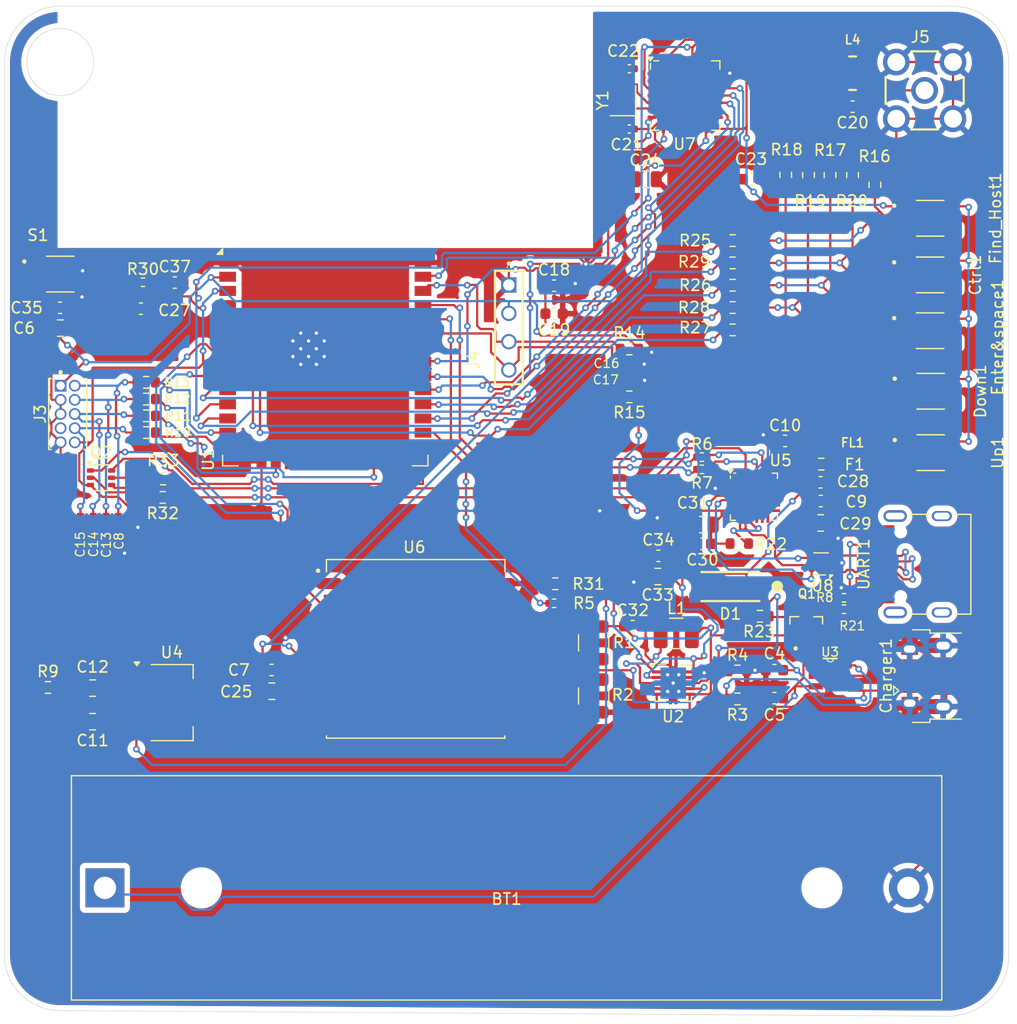
<source format=kicad_pcb>
(kicad_pcb (version 20241229) (generator "pcbnew") (generator_version "9.0")
  (layers (0 "F.Cu" signal) (2 "B.Cu" signal) (13 "F.Paste" user) (15 "B.Paste" user) (5 "F.SilkS" user "F.Silkscreen") (7 "B.SilkS" user "B.Silkscreen") (1 "F.Mask" user) (3 "B.Mask" user) (25 "Edge.Cuts" user))
  (net 0 "")
  (net 1 "Net-(Charger1-VBUS)")
  (net 2 "3.3V OUT")
  (net 3 "Net-(C8-Pad1)")
  (net 4 "EN")
  (net 5 "Net-(C13-Pad1)")
  (net 6 "Net-(C14-Pad1)")
  (net 7 "Net-(C15-Pad1)")
  (net 8 "TX")
  (net 9 "RX")
  (net 10 "I2C SCL")
  (net 11 "I2C SDL")
  (net 12 "Net-(C20-Pad1)")
  (net 13 "Net-(C20-Pad2)")
  (net 14 "Net-(U7-XTB)")
  (net 15 "Net-(U7-XTA)")
  (net 16 "Net-(U5-REGIN)")
  (net 17 "Net-(Q1-D)")
  (net 18 "GND")
  (net 19 "5v OUT")
  (net 20 "Net-(U2-VAUX)")
  (net 21 "Net-(U2-L)")
  (net 22 "Net-(U2-UVLO)")
  (net 23 "Net-(BT1-+)")
  (net 25 "Net-(U3-PROG)")
  (net 26 "Net-(Charger1-D+)")
  (net 27 "Net-(Ctrl1-Pad3)")
  (net 28 "Net-(Down1-Pad3)")
  (net 29 "Net-(Enter&space1-Pad3)")
  (net 30 "Net-(F1-Pad2)")
  (net 31 "Net-(U5-D-)")
  (net 32 "Net-(U5-D+)")
  (net 33 "Net-(Find_Host1-Pad3)")
  (net 37 "Net-(U5-VPP)")
  (net 39 "Net-(U5-~{RST})")
  (net 42 "DTR")
  (net 49 "Net-(U7-PA_BOOST)")
  (net 50 "MTDI")
  (net 51 "MTDO")
  (net 52 "MTCK")
  (net 53 "MTMS")
  (net 54 "RESET")
  (net 55 "SCK")
  (net 56 "NSS(CS)")
  (net 57 "MISO")
  (net 58 "MOSI")
  (net 59 "DIO0(IRQ)")
  (net 72 "RTS")
  (net 73 "IO0")
  (net 74 "GPS_Reset")
  (net 75 "Net-(U5-RXD)")
  (net 76 "Net-(U5-TXD)")
  (net 78 "Net-(UART1-CC2)")
  (net 81 "Net-(U6-~{RESET})")
  (net 82 "Net-(R18-Pad1)")
  (net 84 "GPS_TX")
  (net 88 "Net-(UART1-CC1)")
  (net 91 "Net-(Q1-G)")
  (net 92 "Net-(Q2B-B2)")
  (net 93 "Find_Host")
  (net 94 "Enter&space")
  (net 95 "Up")
  (net 96 "Down")
  (net 97 "Ctrl")
  (net 98 "Net-(U8-I{slash}O2-Pad3)")
  (net 99 "Net-(U8-I{slash}O1-Pad1)")
  (net 102 "Net-(C27-Pad2)")
  (net 103 "GPS_Rx")
  (net 108 "Net-(Q2A-B1)")
  (footprint "Capacitor_SMD:C_0603_1608Metric" (layer "F.Cu") (at 71.3 70.55)
    (property "Reference" "C32")
    (property "Value" "4.7uF")
  )
  (footprint "Resistor_SMD:R_0603_1608Metric" (layer "F.Cu") (at 93 31 90)
    (property "Reference" "R16")
    (property "Value" "10K")
  )
  (footprint "Resistor_SMD:R_0603_1608Metric" (layer "F.Cu") (at 80.25 42 180)
    (property "Reference" "R28")
    (property "Value" "100R")
  )
  (footprint "12402012E212A:AMPHENOL_12402012E212A" (layer "F.Cu") (at 99 65 90)
    (property "Reference" "UART1")
    (property "Value" "12402012E212A")
  )
  (footprint "PESD0402-140:RESC1005X35N" (layer "F.Cu") (at 21.8 61.1 -90)
    (property "Reference" "C15")
    (property "Value" "PESD0402-140")
  )
  (footprint "Capacitor_SMD:C_0603_1608Metric" (layer "F.Cu") (at 91 24 180)
    (property "Reference" "C20")
    (property "Value" "27pF")
  )
  (footprint "PESD0402-140:RESC1005X35N" (layer "F.Cu") (at 24.1 61.1 -90)
    (property "Reference" "C13")
    (property "Value" "PESD0402-140")
  )
  (footprint "Diode_SMD:SW_SKRPABE010" (layer "F.Cu") (at 98 55)
    (property "Reference" "Up1")
    (property "Value" "SKRPABE010")
  )
  (footprint "Crystal:Crystal_SMD_2016-4Pin_2.0x1.6mm" (layer "F.Cu") (at 70.42 23.46 90)
    (property "Reference" "Y1")
    (property "Value" "32MHz")
  )
  (footprint "Capacitor_SMD:C_0603_1608Metric" (layer "F.Cu") (at 30.26 39.76)
    (property "Reference" "C37")
    (property "Value" "1uF")
  )
  (footprint "Diode_SMD:SW_SKRPABE010" (layer "F.Cu") (at 20 39)
    (property "Reference" "S1")
    (property "Value" "SKRPABE010")
  )
  (footprint "Resistor_SMD:R_0603_1608Metric" (layer "F.Cu") (at 87.05 30.13 90)
    (property "Reference" "R19")
    (property "Value" "10K")
  )
  (footprint "Resistor_SMD:R_0402_1005Metric" (layer "F.Cu") (at 77.5 55.4)
    (property "Reference" "R6")
    (property "Value" "22R")
  )
  (footprint "Capacitor_SMD:C_0603_1608Metric" (layer "F.Cu") (at 64.25 42.55)
    (property "Reference" "C19")
    (property "Value" "4.7uF")
  )
  (footprint "Inductor_SMD:L_1210_3225Metric" (layer "F.Cu") (at 75.2 71.2 180)
    (property "Reference" "L1")
    (property "Value" "2.2uH")
  )
  (footprint "Capacitor_SMD:C_0603_1608Metric" (layer "F.Cu") (at 27.225 42.1)
    (property "Reference" "C27")
    (property "Value" "0.1uF")
  )
  (footprint "Resistor_SMD:R_0603_1608Metric" (layer "F.Cu") (at 85.01 30.11 90)
    (property "Reference" "R18")
    (property "Value" "10K")
  )
  (footprint "Capacitor_SMD:C_0603_1608Metric" (layer "F.Cu") (at 84 74.49 180)
    (property "Reference" "C4")
    (property "Value" "4.7uF")
  )
  (footprint "Resistor_SMD:R_0402_1005Metric" (layer "F.Cu") (at 90.23 69.03)
    (property "Reference" "R21")
    (property "Value" "5.1K")
  )
  (footprint "WE-TPC_2811:WE-TPC_2811" (layer "F.Cu") (at 91 21 -90)
    (property "Reference" "L4")
    (property "Value" "744028000056")
  )
  (footprint "Capacitor_SMD:C_0603_1608Metric" (layer "F.Cu") (at 77.55 63.17 180)
    (property "Reference" "C30")
    (property "Value" "0.1uF")
  )
  (footprint "SMA-J-P-X-ST-TH1:SAMTEC_SMA-J-P-X-ST-TH1" (layer "F.Cu") (at 97.46 22.54)
    (property "Reference" "J5")
    (property "Value" "SMA-J-P-X-ST-TH1")
  )
  (footprint "Capacitor_SMD:C_0603_1608Metric" (layer "F.Cu") (at 19.98 42.02)
    (property "Reference" "C35")
    (property "Value" "1uF")
  )
  (footprint "Resistor_SMD:R_1210_3225Metric" (layer "F.Cu") (at 67.8 72.05 -90)
    (property "Reference" "R1")
    (property "Value" "2M")
  )
  (footprint "Package_TO_SOT_SMD:SOT-363_SC-70-6" (layer "F.Cu") (at 23.65 57.25)
    (property "Reference" "Q2")
    (property "Value" "UMH3N")
  )
  (footprint "Resistor_SMD:R_0603_1608Metric" (layer "F.Cu") (at 29.22 57.36 180)
    (property "Reference" "R33")
    (property "Value" "10K")
  )
  (footprint "Capacitor_SMD:C_0603_1608Metric" (layer "F.Cu") (at 81.95 30.5)
    (property "Reference" "C23")
    (property "Value" "0.1uF")
  )
  (footprint "PESD0402-140:RESC1005X35N" (layer "F.Cu") (at 71 48.5)
    (property "Reference" "C17")
    (property "Value" "PESD0402-140")
  )
  (footprint "Varistor:SULLINS_GRPB052VWVN-RC" (layer "F.Cu") (at 20.665 51.54 -90)
    (property "Reference" "J3")
    (property "Value" "GRPB052VWVN-RC")
  )
  (footprint "SI2333DS-T1-E3:SOT95P237X112-3N" (layer "F.Cu") (at 86.85 70.35 90)
    (property "Reference" "Q1")
    (property "Value" "Q_PMOS_DSG")
  )
  (footprint "Resistor_SMD:R_0603_1608Metric" (layer "F.Cu") (at 82.7 69.66)
    (property "Reference" "R23")
    (property "Value" "1K")
  )
  (footprint "Resistor_SMD:R_0402_1005Metric" (layer "F.Cu") (at 77.5 56.5)
    (property "Reference" "R7")
    (property "Value" "22R")
  )
  (footprint "Resistor_SMD:R_0603_1608Metric" (layer "F.Cu") (at 80.685 77.07)
    (property "Reference" "R3")
    (property "Value" "10K")
  )
  (footprint "Resistor_SMD:R_0603_1608Metric" (layer "F.Cu") (at 27.7 48.7 180)
    (property "Reference" "R13")
    (property "Value" "100R")
  )
  (footprint "Capacitor_SMD:C_0805_2012Metric" (layer "F.Cu") (at 22.9 76.1 180)
    (property "Reference" "C12")
    (property "Value" "22uF")
  )
  (footprint "Resistor_SMD:R_0603_1608Metric" (layer "F.Cu") (at 71 50)
    (property "Reference" "R15")
    (property "Value" "2.2K")
  )
  (footprint "Capacitor_SMD:C_0402_1005Metric" (layer "F.Cu") (at 71 20.6)
    (property "Reference" "C22")
    (property "Value" "12pF")
  )
  (footprint "Resistor_SMD:R_0603_1608Metric" (layer "F.Cu") (at 71 45.71)
    (property "Reference" "R14")
    (property "Value" "2.2K")
  )
  (footprint "BLM21PG221SN1D:BEADC2012X105N" (layer "F.Cu") (at 88.28 54.1 180)
    (property "Reference" "FL1")
    (property "Value" "BLM21PG221SN1D")
  )
  (footprint "Resistor_SMD:R_0603_1608Metric" (layer "F.Cu") (at 80.25 36 180)
    (property "Reference" "R25")
    (property "Value" "100R")
  )
  (footprint "Resistor_SMD:R_0603_1608Metric" (layer "F.Cu") (at 88.2 56.03)
    (property "Reference" "F1")
    (property "Value" "0603L100SLYR")
  )
  (footprint "Diode_SMD:SW_SKRPABE010" (layer "F.Cu") (at 97.945 39.075)
    (property "Reference" "Ctrl1")
    (property "Value" "SKRPABE010")
  )
  (footprint "Package_SON:Texas_S-PVSON-N10_ThermalVias" (layer "F.Cu") (at 74.925 75.65)
    (property "Reference" "U2")
    (property "Value" "TPS61200DRC")
  )
  (footprint "Resistor_SMD:R_0603_1608Metric" (layer "F.Cu") (at 64.36 66.75)
    (property "Reference" "R31")
    (property "Value" "1K")
  )
  (footprint "Battery:BatteryHolder_MPD_BH-18650-PC2" (layer "F.Cu") (at 24 94)
    (property "Reference" "BT1")
    (property "Value" "Battery_Cell")
  )
  (footprint "Resistor_SMD:R_0402_1005Metric" (layer "F.Cu") (at 27.41 39.73)
    (property "Reference" "R30")
    (property "Value" "22R")
  )
  (footprint "Resistor_SMD:R_0603_1608Metric" (layer "F.Cu") (at 88.98 30.13 90)
    (property "Reference" "R17")
    (property "Value" "10K")
  )
  (footprint "Diode_SMD:SW_SKRPABE010" (layer "F.Cu") (at 98 49.5)
    (property "Reference" "Down1")
    (property "Value" "SKRPABE010")
  )
  (footprint "Capacitor_SMD:C_0603_1608Metric" (layer "F.Cu") (at 84.96 53.95 180)
    (property "Reference" "C10")
    (property "Value" "4.7uF")
  )
  (footprint "Capacitor_SMD:C_0805_2012Metric" (layer "F.Cu") (at 20.01 43.84)
    (property "Reference" "C6")
    (property "Value" "22uF")
  )
  (footprint "L86-M33:XCVR_L86-M33" (layer "F.Cu") (at 51.85 73.08)
    (property "Reference" "U6")
    (property "Value" "L86-M33")
  )
  (footprint "PESD0402-140:RESC1005X35N" (layer "F.Cu") (at 22.95 61.1 -90)
    (property "Reference" "C14")
    (property "Value" "PESD0402-140")
  )
  (footprint "Resistor_SMD:R_0603_1608Metric" (layer "F.Cu") (at 27.7 50.2 180)
    (property "Reference" "R12")
    (property "Value" "100R")
  )
  (footprint "Resistor_SMD:R_1210_3225Metric" (layer "F.Cu") (at 67.8 76.8 -90)
    (property "Reference" "R2")
    (property "Value" "180K")
  )
  (footprint "Connector_USB:USB_Micro-B_Amphenol_10103594-0001LF_Horizontal" (layer "F.Cu") (at 98 75 90)
    (property "Reference" "Charger1")
    (property "Value" "10103594-0001LF")
  )
  (footprint "Resistor_SMD:R_0603_1608Metric" (layer "F.Cu") (at 80.25 38 180)
    (property "Reference" "R29")
    (property "Value" "100R")
  )
  (footprint "Resistor_SMD:R_0603_1608Metric" (layer "F.Cu") (at 80.25 44 180)
    (property "Reference" "R27")
    (property "Value" "100R")
  )
  (footprint "Resistor_SMD:R_0603_1608Metric" (layer "F.Cu") (at 80.85 63.15 180)
    (property "Reference" "R22")
    (property "Value" "10K")
  )
  (footprint "Capacitor_SMD:C_0805_2012Metric" (layer "F.Cu") (at 88.14 61.3)
    (property "Reference" "C29")
    (property "Value" "22uF")
  )
  (footprint "Package_TO_SOT_SMD:SOT-223-3_TabPin2" (layer "F.Cu") (at 30 77.4)
    (property "Reference" "U4")
    (property "Value" "AMS1117-3.3")
  )
  (footprint "Package_TO_SOT_SMD:SOT95P280X145-5N" (layer "F.Cu") (at 89 75)
    (property "Reference" "U3")
    (property "Value" "MCP73831-2-OT")
  )
  (footprint "Resistor_SMD:R_0603_1608Metric" (layer "F.Cu") (at 29.18 59.01 180)
    (property "Reference" "R32")
    (property "Value" "10K")
  )
  (footprint "Capacitor_SMD:C_0805_2012Metric" (layer "F.Cu") (at 72.45 30.5 180)
    (property "Reference" "C24")
    (property "Value" "22uF")
  )
  (footprint "HTSW-104-20-TM-S:SAMTEC_HTSW-104-20-TM-S" (layer "F.Cu") (at 60.2 43.7875 90)
    (property "Reference" "J4")
    (property "Value" "OLED")
  )
  (footprint "Capacitor_SMD:C_0603_1608Metric" (layer "F.Cu") (at 73.6 64.25)
    (property "Reference" "C34")
    (property "Value" "1uF")
  )
  (footprint "Resistor_SMD:R_0603_1608Metric" (layer "F.Cu") (at 91 30.13 90)
    (property "Reference" "R20")
    (property "Value" "10K")
  )
  (footprint "Capacitor_SMD:C_0603_1608Metric" (layer "F.Cu") (at 64.25 40.04)
    (property "Reference" "C18")
    (property "Value" "0.1uF")
  )
  (footprint "Package_TO_SOT_SMD:SOT-666" (layer "F.Cu") (at 88.18 64.9725 180)
    (property "Reference" "U8")
    (property "Value" "USBLC6-2P6")
  )
  (footprint "Resistor_SMD:R_0603_1608Metric" (layer "F.Cu") (at 18.9 76.04)
    (property "Reference" "R9")
    (property "Value" "10K")
  )
  (footprint "Capacitor_SMD:C_0603_1608Metric" (layer "F.Cu") (at 88.13 57.66 180)
    (property "Reference" "C28")
    (property "Value" "0.1uF")
  )
  (footprint "Resistor_SMD:R_0603_1608Metric" (layer "F.Cu") (at 80.25 40 180)
    (property "Reference" "R26")
    (property "Value" "100R")
  )
  (footprint "Capacitor_SMD:C_0402_1005Metric" (layer "F.Cu") (at 71 26 180)
    (property "Reference" "C21")
    (property "Value" "12pF")
  )
  (footprint "Capacitor_SMD:C_0805_2012Metric" (layer "F.Cu") (at 38.96 76.38)
    (property "Reference" "C25")
    (property "Value" "22uF")
  )
  (footprint "Resistor_SMD:R_0603_1608Metric" (layer "F.Cu") (at 80.685 74.57)
    (property "Reference" "R4")
    (property "Value" "10K")
  )
  (footprint "Resistor_SMD:R_0603_1608Metric" (layer "F.Cu") (at 27.7 51.7 180)
    (property "Reference" "R11")
    (property "Value" "100R")
  )
  (footprint "Package_DFN_QFN:QFN-24-1EP_4x4mm_P0.5mm_EP2.6x2.6mm" (layer "F.Cu") (at 82.1625 58.95)
    (property "Reference" "U5")
    (property "Value" "CP2104")
  )
  (footprint "Capacitor_SMD:C_0603_1608Metric" (layer "F.Cu") (at 38.935 74.48)
    (property "Reference" "C7")
    (property "Value" "1uF")
  )
  (footprint "RF_Module:ESP32-WROOM-32E" (layer "F.Cu") (at 43.75 43.23)
    (property "Reference" "U1")
    (property "Value" "ESP32-WROOM-32E")
  )
  (footprint "Resistor_SMD:R_0402_1005Metric" (layer "F.Cu") (at 90.24 68.01)
    (property "Reference" "R8")
    (property "Value" "5.1K")
  )
  (footprint "Package_DFN_QFN:QFN-28-1EP_6x6mm_P0.65mm_EP4.8x4.8mm" (layer "F.Cu") (at 76 23)
    (property "Reference" "U7")
    (property "Value" "SX1278")
  )
  (footprint "Capacitor_SMD:C_0805_2012Metric" (layer "F.Cu") (at 73.55 66.1 180)
    (property "Reference" "C33")
    (property "Value" "22uF")
  )
  (footprint "PESD0402-140:RESC1005X35N" (layer "F.Cu") (at 25.2 61.1 -90)
    (property "Reference" "C8")
    (property "Value" "PESD0402-140")
  )
  (footprint "Capacitor_SMD:C_0603_1608Metric" (layer "F.Cu") (at 88.15 59.34)
    (property "Reference" "C9")
    (property "Value" "4.7uF")
  )
  (footprint "Diode_SMD:DIOM5226X220N" (layer "F.Cu") (at 80.05 67 180)
    (property "Reference" "D1")
    (property "Value" "MBRA160T3G")
  )
  (footprint "Resistor_SMD:R_0603_1608Metric" (layer "F.Cu") (at 27.7 53.2 180)
    (property "Reference" "R10")
    (property "Value" "100R")
  )
  (footprint "PESD0402-140:RESC1005X35N" (layer "F.Cu") (at 71 47)
    (property "Reference" "C16")
    (property "Value" "PESD0402-140")
  )
  (footprint "Diode_SMD:SW_SKRPABE010" (layer "F.Cu") (at 97.95 34)
    (property "Reference" "Find_Host1")
    (property "Value" "SKRPABE010")
  )
  (footprint "Diode_SMD:SW_SKRPABE010" (layer "F.Cu") (at 97.945 44.075)
    (property "Reference" "Enter&space1")
    (property "Value" "SKRPABE010")
  )
  (footprint "Capacitor_SMD:C_0805_2012Metric" (layer "F.Cu") (at 77.55 61.45)
    (property "Reference" "C31")
    (property "Value" "22uF")
  )
  (footprint "Capacitor_SMD:C_0805_2012Metric" (layer "F.Cu") (at 22.9 79.11 180)
    (property "Reference" "C11")
    (property "Value" "22uF")
  )
  (footprint "Capacitor_SMD:C_0603_1608Metric" (layer "F.Cu") (at 84 77 180)
    (property "Reference" "C5")
    (property "Value" "4.7uF")
  )
  (footprint "Resistor_SMD:R_0402_1005Metric" (layer "F.Cu") (at 64.25 68.5)
    (property "Reference" "R5")
    (property "Value" "100R")
  )
  (gr_line (start 100 15) (end 20 15) (stroke (width 0.05)) (layer "Edge.Cuts"))
  (gr_arc (start 105 100) (mid 103.389087 103.889087) (end 99.5 105.5) (stroke (width 0.05)) (layer "Edge.Cuts"))
  (gr_circle (center 20 20) (end 23 20) (stroke (width 0.05)) (fill no) (layer "Edge.Cuts"))
  (gr_arc (start 20 105) (mid 16.464466 103.535534) (end 15 100) (stroke (width 0.05)) (layer "Edge.Cuts"))
  (gr_line (start 20 105) (end 99.5 105.5) (stroke (width 0.05)) (layer "Edge.Cuts"))
  (gr_arc (start 15 20) (mid 16.464466 16.464466) (end 20 15) (stroke (width 0.05)) (layer "Edge.Cuts"))
  (gr_line (start 15 20) (end 15 100) (stroke (width 0.05)) (layer "Edge.Cuts"))
  (gr_arc (start 100 15) (mid 103.535534 16.464466) (end 105 20) (stroke (width 0.05)) (layer "Edge.Cuts"))
  (gr_line (start 105 20) (end 105 100) (stroke (width 0.05)) (layer "Edge.Cuts"))
  (segment (start 84.035 67.9) (end 84.25 67.9) (width 0.2) (layer "F.Cu") (net 1))
  (segment (start 84.785 74.5) (end 84.775 74.49) (width 0.2) (layer "F.Cu") (net 1))
  (segment (start 92 76.325) (end 96.235 76.325) (width 0.2) (layer "F.Cu") (net 1))
  (segment (start 90.2954 75.9398) (end 90.6806 76.325) (width 0.2) (layer "F.Cu") (net 1))
  (segment (start 82.275 69.66) (end 84.035 67.9) (width 0.2) (layer "F.Cu") (net 1))
  (segment (start 90.6806 76.325) (end 92 76.325) (width 0.2) (layer "F.Cu") (net 1))
  (segment (start 92 76.325) (end 92 77) (width 0.2) (layer "F.Cu") (net 1))
  (segment (start 86 74.5) (end 84.785 74.5) (width 0.2) (layer "F.Cu") (net 1))
  (segment (start 79 72.5) (end 79 73.55) (width 0.2) (layer "F.Cu") (net 1))
  (segment (start 80.56 69.66) (end 81.875 69.66) (width 0.2) (layer "F.Cu") (net 1))
  (segment (start 79 73.55) (end 79.86 74.41) (width 0.2) (layer "F.Cu") (net 1))
  (segment (start 77.9 67) (end 80.56 69.66) (width 0.2) (layer "F.Cu") (net 1))
  (segment (start 81.875 69.66) (end 82.275 69.66) (width 0.2) (layer "F.Cu") (net 1))
  (segment (start 79.86 74.41) (end 79.86 74.57) (width 0.2) (layer "F.Cu") (net 1))
  (via (at 84.25 67.9) (size 0.6) (drill 0.3) (layers "F.Cu" "B.Cu") (net 1))
  (via (at 79 72.5) (size 0.6) (drill 0.3) (layers "F.Cu" "B.Cu") (net 1))
  (via (at 92 77) (size 0.6) (drill 0.3) (layers "F.Cu" "B.Cu") (net 1))
  (via (at 86 74.5) (size 0.6) (drill 0.3) (layers "F.Cu" "B.Cu") (net 1))
  (segment (start 84.25 72.25) (end 84 72.5) (width 0.2) (layer "B.Cu") (net 1))
  (segment (start 86.5 75) (end 86 74.5) (width 0.2) (layer "B.Cu") (net 1))
  (segment (start 88.5 77) (end 86.5 75) (width 0.2) (layer "B.Cu") (net 1))
  (segment (start 79 72.5) (end 84 72.5) (width 0.2) (layer "B.Cu") (net 1))
  (segment (start 92 77) (end 88.5 77) (width 0.2) (layer "B.Cu") (net 1))
  (segment (start 84.25 67.9) (end 84.25 72.25) (width 0.2) (layer "B.Cu") (net 1))
  (segment (start 84 72.5) (end 86.5 75) (width 0.2) (layer "B.Cu") (net 1))
  (segment (start 38.13 74.58) (end 38.13 76.255) (width 0.2) (layer "F.Cu") (net 2))
  (segment (start 77.850735 26.086765) (end 77.95 25.9875) (width 0.2) (layer "F.Cu") (net 2))
  (segment (start 37.985 76.4) (end 36.985 77.4) (width 0.2) (layer "F.Cu") (net 2))
  (segment (start 101.4 48.4) (end 100.1 48.4) (width 0.2) (layer "F.Cu") (net 2))
  (segment (start 95.87 38) (end 100.02 38) (width 0.2) (layer "F.Cu") (net 2))
  (segment (start 81.5 18.401) (end 76.95 18.401) (width 0.2) (layer "F.Cu") (net 2))
  (segment (start 20.59 45.37) (end 20.64 45.37) (width 0.2) (layer "F.Cu") (net 2))
  (segment (start 19.06 43.84) (end 20.59 45.37) (width 0.2) (layer "F.Cu") (net 2))
  (segment (start 23.85 76.1) (end 25.15 77.4) (width 0.2) (layer "F.Cu") (net 2))
  (segment (start 22.82 77.13) (end 23.85 76.1) (width 0.2) (layer "F.Cu") (net 2))
  (segment (start 40.492464 72.333744) (end 42.50872 74.35) (width 0.2) (layer "F.Cu") (net 2))
  (segment (start 79.27 60.68) (end 79.27 60.2) (width 0.2) (layer "F.Cu") (net 2))
  (segment (start 76.7505 18.6005) (end 76.65 18.701) (width 0.2) (layer "F.Cu") (net 2))
  (segment (start 19.205 42.02) (end 19.205 43.695) (width 0.2) (layer "F.Cu") (net 2))
  (segment (start 95.87 43) (end 100.02 43) (width 0.2) (layer "F.Cu") (net 2))
  (segment (start 72.36 21.318824) (end 72.36 21.431176) (width 0.2) (layer "F.Cu") (net 2))
  (segment (start 78.325 63.17) (end 78.325 61.625) (width 0.2) (layer "F.Cu") (net 2))
  (segment (start 34.94 39.3) (end 35 39.24) (width 0.2) (layer "F.Cu") (net 2))
  (segment (start 19.725 76.04) (end 20.815 77.13) (width 0.2) (layer "F.Cu") (net 2))
  (segment (start 63.475 40.04) (end 63.475 42.55) (width 0.2) (layer "F.Cu") (net 2))
  (segment (start 78.5 61.45) (end 79.27 60.68) (width 0.2) (layer "F.Cu") (net 2))
  (segment (start 95.875 32.925) (end 100.025 32.925) (width 0.2) (layer "F.Cu") (net 2))
  (segment (start 100.075 53.925) (end 95.925 53.925) (width 0.2) (layer "F.Cu") (net 2))
  (segment (start 80.225 60.2) (end 79.27 60.2) (width 0.2) (layer "F.Cu") (net 2))
  (segment (start 81.5 25.8) (end 81.5 25.7) (width 0.2) (layer "F.Cu") (net 2))
  (segment (start 72.36 20.781176) (end 72.324 20.817176) (width 0.2) (layer "F.Cu") (net 2))
  (segment (start 77.95 25.9875) (end 81.3125 25.9875) (width 0.2) (layer "F.Cu") (net 2))
  (segment (start 72.36 21.968824) (end 72.36 22.063969) (width 0.2) (layer "F.Cu") (net 2))
  (segment (start 42.50872 74.35) (end 44.1 74.35) (width 0.2) (layer "F.Cu") (net 2))
  (segment (start 101.4 37.8) (end 100.22 37.8) (width 0.2) (layer "F.Cu") (net 2))
  (segment (start 100.1 48.4) (end 100.075 48.425) (width 0.2) (layer "F.Cu") (net 2))
  (segment (start 71.5 30.5) (end 72.725 29.275) (width 0.2) (layer "F.Cu") (net 2))
  (segment (start 70.615 44.5) (end 63.05 44.5) (width 0.2) (layer "F.Cu") (net 2))
  (segment (start 72.324 21.467176) (end 72.324 21.932824) (width 0.2) (layer "F.Cu") (net 2))
  (segment (start 72.36 18.65) (end 72.36 20.781176) (width 0.2) (layer "F.Cu") (net 2))
  (segment (start 33.15 77.4) (end 26.85 77.4) (width 0.2) (layer "F.Cu") (net 2))
  (segment (start 100.025 32.925) (end 101.325 32.925) (width 0.2) (layer "F.Cu") (net 2))
  (segment (start 72.324 20.817176) (end 72.324 21.282824) (width 0.2) (layer "F.Cu") (net 2))
  (segment (start 101.4 54) (end 100.15 54) (width 0.2) (layer "F.Cu") (net 2))
  (segment (start 95.925 48.425) (end 100.075 48.425) (width 0.2) (layer "F.Cu") (net 2))
  (segment (start 101.325 32.925) (end 101.4 33) (width 0.2) (layer "F.Cu") (net 2))
  (segment (start 25.15 77.4) (end 26.85 77.4) (width 0.2) (layer "F.Cu") (net 2))
  (segment (start 36.985 77.4) (end 31.875 77.4) (width 0.2) (layer "F.Cu") (net 2))
  (segment (start 101.4 43) (end 100.02 43) (width 0.2) (layer "F.Cu") (net 2))
  (segment (start 71.825 45.71) (end 70.615 44.5) (width 0.2) (layer "F.Cu") (net 2))
  (segment (start 76.95 18.401) (end 76.7505 18.6005) (width 0.2) (layer "F.Cu") (net 2))
  (segment (start 78.325 61.625) (end 78.5 61.45) (width 0.2) (layer "F.Cu") (net 2))
  (segment (start 81.5 26.8) (end 81.5 25.7) (width 0.2) (layer "F.Cu") (net 2))
  (segment (start 22.13 46.9) (end 22.3 46.9) (width 0.2) (layer "F.Cu") (net 2))
  (segment (start 72.36 22.063969) (end 72.646031 22.35) (width 0.2) (layer "F.Cu") (net 2))
  (segment (start 78.345 63.15) (end 78.325 63.17) (width 0.2) (layer "F.Cu") (net 2))
  (segment (start 72.36 21.431176) (end 72.324 21.467176) (width 0.2) (layer "F.Cu") (net 2))
  (segment (start 63.475 43.375) (end 63.475 42.55) (width 0.2) (layer "F.Cu") (net 2))
  (segment (start 77.850735 27.050735) (end 77.850735 26.086765) (width 0.2) (layer "F.Cu") (net 2))
  (segment (start 100.22 37.8) (end 100.02 38) (width 0.2) (layer "F.Cu") (net 2))
  (segment (start 38.13 76.255) (end 37.985 76.4) (width 0.2) (layer "F.Cu") (net 2))
  (segment (start 71.825 53.45) (end 71.825 50) (width 0.2) (layer "F.Cu") (net 2))
  (segment (start 81.175 30.675) (end 82.13 31.63) (width 0.2) (layer "F.Cu") (net 2))
  (segment (start 72.324 21.282824) (end 72.36 21.318824) (width 0.2) (layer "F.Cu") (net 2))
  (segment (start 19.205 43.695) (end 19.06 43.84) (width 0.2) (layer "F.Cu") (net 2))
  (segment (start 38.13 72.15) (end 38.14 72.14) (width 0.2) (layer "F.Cu") (net 2))
  (segment (start 44.1 74.35) (end 44.1 76.89) (width 0.2) (layer "F.Cu") (net 2))
  (segment (start 93.749265 32.850735) (end 93.82353 32.925) (width 0.2) (layer "F.Cu") (net 2))
  (segment (start 73 46.885) (end 73 48.825) (width 0.2) (layer "F.Cu") (net 2))
  (segment (start 71.825 45.71) (end 73 46.885) (width 0.2) (layer "F.Cu") (net 2))
  (segment (start 33.5 39.3) (end 34.94 39.3) (width 0.2) (layer "F.Cu") (net 2))
  (segment (start 72.646031 22.35) (end 73.0125 22.35) (width 0.2) (layer "F.Cu") (net 2))
  (segment (start 38.13 74.58) (end 38.13 72.15) (width 0.2) (layer "F.Cu") (net 2))
  (segment (start 20.03 49) (end 22.13 46.9) (width 0.2) (layer "F.Cu") (net 2))
  (segment (start 72.324 21.932824) (end 72.36 21.968824) (width 0.2) (layer "F.Cu") (net 2))
  (segment (start 62.7 44.15) (end 63.475 43.375) (width 0.2) (layer "F.Cu") (net 2))
  (segment (start 81.5 25.7) (end 81.5 18.401) (width 0.2) (layer "F.Cu") (net 2))
  (segment (start 100.15 54) (end 100.075 53.925) (width 0.2) (layer "F.Cu") (net 2))
  (segment (start 76.65 18.701) (end 76.65 20.0125) (width 0.2) (layer "F.Cu") (net 2))
  (segment (start 80.025 63.15) (end 78.345 63.15) (width 0.2) (layer "F.Cu") (net 2))
  (segment (start 63.05 44.5) (end 62.7 44.15) (width 0.2) (layer "F.Cu") (net 2))
  (segment (start 80.225 60.2) (end 80.225 59.7) (width 0.2) (layer "F.Cu") (net 2))
  (segment (start 81.175 30.5) (end 81.175 30.675) (width 0.2) (layer "F.Cu") (net 2))
  (segment (start 81.3125 25.9875) (end 81.5 25.8) (width 0.2) (layer "F.Cu") (net 2))
  (segment (start 76.174265 18.674265) (end 76.676735 18.674265) (width 0.2) (layer "F.Cu") (net 2))
  (segment (start 76.676735 18.674265) (end 76.7505 18.6005) (width 0.2) (layer "F.Cu") (net 2))
  (segment (start 93.82353 32.925) (end 95.875 32.925) (width 0.2) (layer "F.Cu") (net 2))
  (segment (start 72.725 29.275) (end 73.3 29.275) (width 0.2) (layer "F.Cu") (net 2))
  (segment (start 20.815 77.13) (end 22.82 77.13) (width 0.2) (layer "F.Cu") (net 2))
  (segment (start 73 48.825) (end 71.825 50) (width 0.2) (layer "F.Cu") (net 2))
  (segment (start 79.27 60.2) (end 71.7 60.2) (width 0.2) (layer "F.Cu") (net 2))
  (via (at 40.492464 72.333744) (size 0.6) (drill 0.3) (layers "F.Cu" "B.Cu") (net 2))
  (via (at 101.4 54) (size 0.6) (drill 0.3) (layers "F.Cu" "B.Cu") (net 2))
  (via (at 101.4 37.8) (size 0.6) (drill 0.3) (layers "F.Cu" "B.Cu") (net 2))
  (via (at 20.64 45.37) (size 0.6) (drill 0.3) (layers "F.Cu" "B.Cu") (net 2))
  (via (at 33.5 39.3) (size 0.6) (drill 0.3) (layers "F.Cu" "B.Cu") (net 2))
  (via (at 38.14 72.14) (size 0.6) (drill 0.3) (layers "F.Cu" "B.Cu") (net 2))
  (via (at 93.749265 32.850735) (size 0.6) (drill 0.3) (layers "F.Cu" "B.Cu") (net 2))
  (via (at 101.4 43) (size 0.6) (drill 0.3) (layers "F.Cu" "B.Cu") (net 2))
  (via (at 72.36 18.65) (size 0.6) (drill 0.3) (layers "F.Cu" "B.Cu") (net 2))
  (via (at 101.4 48.4) (size 0.6) (drill 0.3) (layers "F.Cu" "B.Cu") (net 2))
  (via (at 71.825 53.45) (size 0.6) (drill 0.3) (layers "F.Cu" "B.Cu") (net 2))
  (via (at 62.7 44.15) (size 0.6) (drill 0.3) (layers "F.Cu" "B.Cu") (net 2))
  (via (at 82.13 31.63) (size 0.6) (drill 0.3) (layers "F.Cu" "B.Cu") (net 2))
  (via (at 22.3 46.9) (size 0.6) (drill 0.3) (layers "F.Cu" "B.Cu") (net 2))
  (via (at 73.3 29.275) (size 0.6) (drill 0.3) (layers "F.Cu" "B.Cu") (net 2))
  (via (at 76.174265 18.674265) (size 0.6) (drill 0.3) (layers "F.Cu" "B.Cu") (net 2))
  (via (at 101.4 33) (size 0.6) (drill 0.3) (layers "F.Cu" "B.Cu") (net 2))
  (via (at 77.850735 27.050735) (size 0.6) (drill 0.3) (layers "F.Cu" "B.Cu") (net 2))
  (via (at 71.7 60.2) (size 0.6) (drill 0.3) (layers "F.Cu" "B.Cu") (net 2))
  (via (at 81.5 26.8) (size 0.6) (drill 0.3) (layers "F.Cu" "B.Cu") (net 2))
  (segment (start 76.15 18.65) (end 76.174265 18.674265) (width 0.2) (layer "B.Cu") (net 2))
  (segment (start 70.11 55.965) (end 70.11 58.61) (width 0.2) (layer "B.Cu") (net 2))
  (segment (start 20.64 45.37) (end 20.77 45.37) (width 0.2) (layer "B.Cu") (net 2))
  (segment (start 81.5 31) (end 81.5 26.8) (width 0.2) (layer "B.Cu") (net 2))
  (segment (start 62.723618 44.126382) (end 62.723618 41.798675) (width 0.2) (layer "B.Cu") (net 2))
  (segment (start 28.1 46.9) (end 22.3 46.9) (width 0.2) (layer "B.Cu") (net 2))
  (segment (start 61.7 41.425) (end 60.2 41.425) (width 0.2) (layer "B.Cu") (net 2))
  (segment (start 40.45872 72.3) (end 39.99 72.3) (width 0.2) (layer "B.Cu") (net 2))
  (segment (start 40.492464 72.333744) (end 40.45872 72.3) (width 0.2) (layer "B.Cu") (net 2))
  (segment (start 101.4 48.4) (end 101.4 54) (width 0.2) (layer "B.Cu") (net 2))
  (segment (start 72.36 18.65) (end 72.1 18.91) (width 0.2) (layer "B.Cu") (net 2))
  (segment (start 82.13 31.63) (end 81.5 31) (width 0.2) (layer "B.Cu") (net 2))
  (segment (start 39.99 72.3) (end 39.83 72.14) (width 0.2) (layer "B.Cu") (net 2))
  (segment (start 62.349943 41.425) (end 61.7 41.425) (width 0.2) (layer "B.Cu") (net 2))
  (segment (start 69.375 41.425) (end 61.7 41.425) (width 0.2) (layer "B.Cu") (net 2))
  (segment (start 101.4 33) (end 101.4 37.8) (width 0.2) (layer "B.Cu") (net 2))
  (segment (start 31.596902 41.11369) (end 32.399592 40.311) (width 0.2) (layer "B.Cu") (net 2))
  (segment (start 20.77 45.37) (end 22.3 46.9) (width 0.2) (layer "B.Cu") (net 2))
  (segment (start 72.1 18.91) (end 72.1 38.7) (width 0.2) (layer "B.Cu") (net 2))
  (segment (start 83.3 32.8) (end 82.13 31.63) (width 0.2) (layer "B.Cu") (net 2))
  (segment (start 39.83 72.14) (end 38.14 72.14) (width 0.2) (layer "B.Cu") (net 2))
  (segment (start 77.849265 27.050735) (end 77.850735 27.050735) (width 0.2) (layer "B.Cu") (net 2))
  (segment (start 75.625 29.275) (end 77.849265 27.050735) (width 0.2) (layer "B.Cu") (net 2))
  (segment (start 70.11 58.61) (end 71.7 60.2) (width 0.2) (layer "B.Cu") (net 2))
  (segment (start 31.596902 43.403098) (end 28.1 46.9) (width 0.2) (layer "B.Cu") (net 2))
  (segment (start 71.825 53.45) (end 71.825 54.25) (width 0.2) (layer "B.Cu") (net 2))
  (segment (start 38.66 72.14) (end 69.375 41.425) (width 0.2) (layer "B.Cu") (net 2))
  (segment (start 93.749265 32.850735) (end 93.69853 32.8) (width 0.2) (layer "B.Cu") (net 2))
  (segment (start 93.69853 32.8) (end 83.3 32.8) (width 0.2) (layer "B.Cu") (net 2))
  (segment (start 101.4 37.8) (end 101.4 43) (width 0.2) (layer "B.Cu") (net 2))
  (segment (start 35.625 41.425) (end 33.5 39.3) (width 0.2) (layer "B.Cu") (net 2))
  (segment (start 38.14 72.14) (end 38.66 72.14) (width 0.2) (layer "B.Cu") (net 2))
  (segment (start 62.7 44.15) (end 62.723618 44.126382) (width 0.2) (layer "B.Cu") (net 2))
  (segment (start 60.2 41.425) (end 35.625 41.425) (width 0.2) (layer "B.Cu") (net 2))
  (segment (start 60.2 42.5175) (end 60.2 41.425) (width 0.2) (layer "B.Cu") (net 2))
  (segment (start 72.1 38.7) (end 69.375 41.425) (width 0.2) (layer "B.Cu") (net 2))
  (segment (start 101.4 43) (end 101.4 48.4) (width 0.2) (layer "B.Cu") (net 2))
  (segment (start 62.723618 41.798675) (end 62.349943 41.425) (width 0.2) (layer "B.Cu") (net 2))
  (segment (start 72.36 18.65) (end 76.15 18.65) (width 0.2) (layer "B.Cu") (net 2))
  (segment (start 31.596902 41.11369) (end 31.596902 43.403098) (width 0.2) (layer "B.Cu") (net 2))
  (segment (start 71.825 54.25) (end 70.11 55.965) (width 0.2) (layer "B.Cu") (net 2))
  (segment (start 32.399592 40.311) (end 32.489 40.311) (width 0.2) (layer "B.Cu") (net 2))
  (segment (start 32.489 40.311) (end 33.5 39.3) (width 0.2) (layer "B.Cu") (net 2))
  (segment (start 73.3 29.275) (end 75.625 29.275) (width 0.2) (layer "B.Cu") (net 2))
  (segment (start 24.999 49.756421) (end 25.085421 49.67) (width 0.2) (layer "F.Cu") (net 3))
  (segment (start 26.875 48.7) (end 25.8 48.7) (width 0.2) (layer "F.Cu") (net 3))
  (segment (start 24.999 53.424904) (end 24.999 49.756421) (width 0.2) (layer "F.Cu") (net 3))
  (segment (start 25.092607 53.518511) (end 24.999 53.424904) (width 0.2) (layer "F.Cu") (net 3))
  (segment (start 25.2 60.643) (end 25.2 59.8) (width 0.2) (layer "F.Cu") (net 3))
  (via (at 25.2 59.8) (size 0.6) (drill 0.3) (layers "F.Cu" "B.Cu") (net 3))
  (via (at 25.8 48.7) (size 0.6) (drill 0.3) (layers "F.Cu" "B.Cu") (net 3))
  (via (at 25.092607 53.518511) (size 0.6) (drill 0.3) (layers "F.Cu" "B.Cu") (net 3))
  (via (at 25.085421 49.67) (size 0.6) (drill 0.3) (layers "F.Cu" "B.Cu") (net 3))
  (segment (start 25.2 53.625904) (end 25.092607 53.518511) (width 0.2) (layer "B.Cu") (net 3))
  (segment (start 25.5 48.7) (end 25.2 49) (width 0.2) (layer "B.Cu") (net 3))
  (segment (start 25.2 49) (end 21.3 49) (width 0.2) (layer "B.Cu") (net 3))
  (segment (start 25.8 48.7) (end 25.5 48.7) (width 0.2) (layer "B.Cu") (net 3))
  (segment (start 25.085421 49.114579) (end 25.2 49) (width 0.2) (layer "B.Cu") (net 3))
  (segment (start 25.2 59.8) (end 25.2 53.625904) (width 0.2) (layer "B.Cu") (net 3))
  (segment (start 25.085421 49.67) (end 25.085421 49.114579) (width 0.2) (layer "B.Cu") (net 3))
  (segment (start 32.431744 42.05) (end 32.796902 42.05) (width 0.2) (layer "F.Cu") (net 4))
  (segment (start 22.7 57.9) (end 23.76 58.96) (width 0.2) (layer "F.Cu") (net 4))
  (segment (start 21.7 57.5) (end 22.1 57.9) (width 0.2) (layer "F.Cu") (net 4))
  (segment (start 27.92 39.73) (end 29.455 39.73) (width 0.2) (layer "F.Cu") (net 4))
  (segment (start 22.72 54.08) (end 21.7 55.1) (width 0.2) (layer "F.Cu") (net 4))
  (segment (start 31.72 41.338256) (end 32.431744 42.05) (width 0.2) (layer "F.Cu") (net 4))
  (segment (start 22.1 57.9) (end 22.7 57.9) (width 0.2) (layer "F.Cu") (net 4))
  (segment (start 22.9 47.42) (end 22.93 47.39) (width 0.2) (layer "F.Cu") (net 4))
  (segment (start 30.725 41) (end 31.72 41) (width 0.2) (layer "F.Cu") (net 4))
  (segment (start 29.455 39.73) (end 29.485 39.76) (width 0.2) (layer "F.Cu") (net 4))
  (segment (start 29.485 39.76) (end 30.725 41) (width 0.2) (layer "F.Cu") (net 4))
  (segment (start 25.209943 58.96) (end 26.36 60.110057) (width 0.2) (layer "F.Cu") (net 4))
  (segment (start 22.72 54.08) (end 22.9 53.9) (width 0.2) (layer "F.Cu") (net 4))
  (segment (start 22.72 54.08) (end 21.3 54.08) (width 0.2) (layer "F.Cu") (net 4))
  (segment (start 21.7 55.1) (end 21.7 57.5) (width 0.2) (layer "F.Cu") (net 4))
  (segment (start 22.93 47.39) (end 32.43 47.39) (width 0.2) (layer "F.Cu") (net 4))
  (segment (start 22.9 53.9) (end 22.9 47.42) (width 0.2) (layer "F.Cu") (net 4))
  (segment (start 23.76 58.96) (end 25.209943 58.96) (width 0.2) (layer "F.Cu") (net 4))
  (segment (start 32.43 47.39) (end 32.796902 47.023098) (width 0.2) (layer "F.Cu") (net 4))
  (segment (start 26.36 67.755) (end 18.075 76.04) (width 0.2) (layer "F.Cu") (net 4))
  (segment (start 26.36 60.110057) (end 26.36 67.755) (width 0.2) (layer "F.Cu") (net 4))
  (segment (start 33.899064 40.51) (end 35 40.51) (width 0.2) (layer "F.Cu") (net 4))
  (segment (start 32.796902 47.023098) (end 32.796902 45.88) (width 0.2) (layer "F.Cu") (net 4))
  (segment (start 31.72 41) (end 31.72 41.338256) (width 0.2) (layer "F.Cu") (net 4))
  (via (at 32.796902 45.88) (size 0.6) (drill 0.3) (layers "F.Cu" "B.Cu") (net 4))
  (via (at 32.796902 42.05) (size 0.6) (drill 0.3) (layers "F.Cu" "B.Cu") (net 4))
  (via (at 33.880267 40.528797) (size 0.6) (drill 0.3) (layers "F.Cu" "B.Cu") (net 4))
  (segment (start 32.796902 45.88) (end 32.796902 42.05) (width 0.2) (layer "B.Cu") (net 4))
  (segment (start 32.796902 42.05) (end 32.796902 41.612162) (width 0.2) (layer "B.Cu") (net 4))
  (segment (start 32.796902 41.612162) (end 33.880267 40.528797) (width 0.2) (layer "B.Cu") (net 4))
  (segment (start 26.875 50.2) (end 25.7 50.2) (width 0.2) (layer "F.Cu") (net 5))
  (segment (start 24.3 53.41) (end 24.3 50.94) (width 0.2) (layer "F.Cu") (net 5))
  (segment (start 24.1 60.643) (end 24.1 59.8) (width 0.2) (layer "F.Cu") (net 5))
  (via (at 24.3 50.94) (size 0.6) (drill 0.3) (layers "F.Cu" "B.Cu") (net 5))
  (via (at 24.1 59.8) (size 0.6) (drill 0.3) (layers "F.Cu" "B.Cu") (net 5))
  (via (at 24.3 53.41) (size 0.6) (drill 0.3) (layers "F.Cu" "B.Cu") (net 5))
  (via (at 25.7 50.2) (size 0.6) (drill 0.3) (layers "F.Cu" "B.Cu") (net 5))
  (segment (start 24.3 50.37) (end 24.2 50.27) (width 0.2) (layer "B.Cu") (net 5))
  (segment (start 24.1 53.61) (end 24.3 53.41) (width 0.2) (layer "B.Cu") (net 5))
  (segment (start 25.7 50.2) (end 25.63 50.27) (width 0.2) (layer "B.Cu") (net 5))
  (segment (start 24.1 59.8) (end 24.1 53.61) (width 0.2) (layer "B.Cu") (net 5))
  (segment (start 25.63 50.27) (end 24.2 50.27) (width 0.2) (layer "B.Cu") (net 5))
  (segment (start 24.3 50.94) (end 24.3 50.37) (width 0.2) (layer "B.Cu") (net 5))
  (segment (start 24.2 50.27) (end 21.3 50.27) (width 0.2) (layer "B.Cu") (net 5))
  (segment (start 26.875 51.7) (end 25.8 51.7) (width 0.2) (layer "F.Cu") (net 6))
  (segment (start 22.95 60.643) (end 22.95 59.85) (width 0.2) (layer "F.Cu") (net 6))
  (segment (start 22.95 59.85) (end 22.9 59.8) (width 0.2) (layer "F.Cu") (net 6))
  (segment (start 25.8 51.7) (end 25.7 51.6) (width 0.2) (layer "F.Cu") (net 6))
  (segment (start 23.5 53.41) (end 23.5 52.21) (width 0.2) (layer "F.Cu") (net 6))
  (via (at 23.5 52.21) (size 0.6) (drill 0.3) (layers "F.Cu" "B.Cu") (net 6))
  (via (at 23.5 53.41) (size 0.6) (drill 0.3) (layers "F.Cu" "B.Cu") (net 6))
  (via (at 25.7 51.6) (size 0.6) (drill 0.3) (layers "F.Cu" "B.Cu") (net 6))
  (via (at 22.9 59.8) (size 0.6) (drill 0.3) (layers "F.Cu" "B.Cu") (net 6))
  (segment (start 25.64 51.54) (end 21.3 51.54) (width 0.2) (layer "B.Cu") (net 6))
  (segment (start 23.5 59.2) (end 23.5 53.41) (width 0.2) (layer "B.Cu") (net 6))
  (segment (start 25.7 51.6) (end 25.64 51.54) (width 0.2) (layer "B.Cu") (net 6))
  (segment (start 23.5 52.21) (end 21.97 52.21) (width 0.2) (layer "B.Cu") (net 6))
  (segment (start 22.9 59.8) (end 23.5 59.2) (width 0.2) (layer "B.Cu") (net 6))
  (segment (start 21.97 52.21) (end 21.3 51.54) (width 0.2) (layer "B.Cu") (net 6))
  (segment (start 25.9 53.2) (end 25.6 52.9) (width 0.2) (layer "F.Cu") (net 7))
  (segment (start 26.875 53.2) (end 25.9 53.2) (width 0.2) (layer "F.Cu") (net 7))
  (segment (start 21.8 60.643) (end 21.8 59.8) (width 0.2) (layer "F.Cu") (net 7))
  (via (at 25.6 52.9) (size 0.6) (drill 0.3) (layers "F.Cu" "B.Cu") (net 7))
  (via (at 21.8 59.8) (size 0.6) (drill 0.3) (layers "F.Cu" "B.Cu") (net 7))
  (segment (start 25.51 52.81) (end 21.3 52.81) (width 0.2) (layer "B.Cu") (net 7))
  (segment (start 22.126 53.636) (end 21.3 52.81) (width 0.2) (layer "B.Cu") (net 7))
  (segment (start 21.8 59.8) (end 22.126 59.474) (width 0.2) (layer "B.Cu") (net 7))
  (segment (start 25.6 52.9) (end 25.51 52.81) (width 0.2) (layer "B.Cu") (net 7))
  (segment (start 22.126 59.474) (end 22.126 53.636) (width 0.2) (layer "B.Cu") (net 7))
  (segment (start 55.28 41.78) (end 52.5 41.78) (width 0.2) (layer "F.Cu") (net 8))
  (segment (start 76.99 55.4) (end 76.904096 55.4) (width 0.2) (layer "F.Cu") (net 8))
  (segment (start 71.351765 55.571765) (end 57.721822 55.571765) (width 0.2) (layer "F.Cu") (net 8))
  (segment (start 55.525 42.025) (end 55.28 41.78) (width 0.2) (layer "F.Cu") (net 8))
  (segment (start 57.721822 55.571765) (end 55.8 53.649943) (width 0.2) (layer "F.Cu") (net 8))
  (segment (start 55.8 53.649943) (end 55.8 44.92) (width 0.2) (layer "F.Cu") (net 8))
  (segment (start 76.904096 55.4) (end 76.299188 56.004908) (width 0.2) (layer "F.Cu") (net 8))
  (segment (start 55.8 42.025) (end 55.525 42.025) (width 0.2) (layer "F.Cu") (net 8))
  (via (at 76.299188 56.004908) (size 0.6) (drill 0.3) (layers "F.Cu" "B.Cu") (net 8))
  (via (at 71.351765 55.571765) (size 0.6) (drill 0.3) (layers "F.Cu" "B.Cu") (net 8))
  (via (at 55.8 42.025) (size 0.6) (drill 0.3) (layers "F.Cu" "B.Cu") (net 8))
  (via (at 55.8 44.92) (size 0.6) (drill 0.3) (layers "F.Cu" "B.Cu") (net 8))
  (segment (start 76.040057 55.99) (end 76.28428 55.99) (width 0.2) (layer "B.Cu") (net 8))
  (segment (start 71.351765 55.571765) (end 71.35353 55.57) (width 0.2) (layer "B.Cu") (net 8))
  (segment (start 75.620057 55.57) (end 76.040057 55.99) (width 0.2) (layer "B.Cu") (net 8))
  (segment (start 76.28428 55.99) (end 76.299188 56.004908) (width 0.2) (layer "B.Cu") (net 8))
  (segment (start 71.35353 55.57) (end 75.620057 55.57) (width 0.2) (layer "B.Cu") (net 8))
  (segment (start 55.8 44.92) (end 55.8 42.025) (width 0.2) (layer "B.Cu") (net 8))
  (segment (start 54.9 43) (end 54.85 43.05) (width 0.2) (layer "F.Cu") (net 9))
  (segment (start 70.99412 56.32) (end 57.52 56.32) (width 0.2) (layer "F.Cu") (net 9))
  (segment (start 54.85 43.05) (end 52.5 43.05) (width 0.2) (layer "F.Cu") (net 9))
  (segment (start 54.999997 53.799997) (end 54.999997 44.92) (width 0.2) (layer "F.Cu") (net 9))
  (segment (start 76.99 56.5) (end 76.68509 56.80491) (width 0.2) (layer "F.Cu") (net 9))
  (segment (start 57.52 56.32) (end 54.999997 53.799997) (width 0.2) (layer "F.Cu") (net 9))
  (segment (start 71.059298 56.31639) (end 71.059298 56.385178) (width 0.2) (layer "F.Cu") (net 9))
  (segment (start 76.68509 56.80491) (end 76.300005 56.80491) (width 0.2) (layer "F.Cu") (net 9))
  (segment (start 71.059298 56.385178) (end 70.99412 56.32) (width 0.2) (layer "F.Cu") (net 9))
  (via (at 76.300005 56.80491) (size 0.6) (drill 0.3) (layers "F.Cu" "B.Cu") (net 9))
  (via (at 54.999997 44.92) (size 0.6) (drill 0.3) (layers "F.Cu" "B.Cu") (net 9))
  (via (at 54.9 43) (size 0.6) (drill 0.3) (layers "F.Cu" "B.Cu") (net 9))
  (via (at 71.059298 56.31639) (size 0.6) (drill 0.3) (layers "F.Cu" "B.Cu") (net 9))
  (segment (start 75.764337 56.32) (end 76.050245 56.605908) (width 0.2) (layer "B.Cu") (net 9))
  (segment (start 71.059298 56.31639) (end 71.062908 56.32) (width 0.2) (layer "B.Cu") (net 9))
  (segment (start 54.999997 44.92) (end 54.999997 43.099997) (width 0.2) (layer "B.Cu") (net 9))
  (segment (start 76.101003 56.605908) (end 76.300005 56.80491) (width 0.2) (layer "B.Cu") (net 9))
  (segment (start 54.999997 43.099997) (end 54.9 43) (width 0.2) (layer "B.Cu") (net 9))
  (segment (start 71.062908 56.32) (end 75.764337 56.32) (width 0.2) (layer "B.Cu") (net 9))
  (segment (start 76.050245 56.605908) (end 76.101003 56.605908) (width 0.2) (layer "B.Cu") (net 9))
  (segment (start 52.5 40.51) (end 53.01 40) (width 0.2) (layer "F.Cu") (net 10))
  (segment (start 58.7361 43.919) (end 59.001 44.1839) (width 0.2) (layer "F.Cu") (net 10))
  (segment (start 59.001 45.0575) (end 60.2 45.0575) (width 0.2) (layer "F.Cu") (net 10))
  (segment (start 57.649 43.919) (end 58.7361 43.919) (width 0.2) (layer "F.Cu") (net 10))
  (segment (start 57.36 39.969015) (end 57.36 43.63) (width 0.2) (layer "F.Cu") (net 10))
  (segment (start 70.175 46.632) (end 70.543 47) (width 0.2) (layer "F.Cu") (net 10))
  (segment (start 69.5225 45.0575) (end 70.175 45.71) (width 0.2) (layer "F.Cu") (net 10))
  (segment (start 53.01 40) (end 53.73 40) (width 0.2) (layer "F.Cu") (net 10))
  (segment (start 56.497455 39.969015) (end 57.36 39.969015) (width 0.2) (layer "F.Cu") (net 10))
  (segment (start 57.36 43.63) (end 57.649 43.919) (width 0.2) (layer "F.Cu") (net 10))
  (segment (start 60.2 45.0575) (end 69.5225 45.0575) (width 0.2) (layer "F.Cu") (net 10))
  (segment (start 56.468235 39.998235) (end 56.497455 39.969015) (width 0.2) (layer "F.Cu") (net 10))
  (segment (start 70.175 45.71) (end 70.175 46.632) (width 0.2) (layer "F.Cu") (net 10))
  (segment (start 59.001 44.1839) (end 59.001 45.0575) (width 0.2) (layer "F.Cu") (net 10))
  (via (at 56.468235 39.998235) (size 0.6) (drill 0.3) (layers "F.Cu" "B.Cu") (net 10))
  (via (at 53.73 40) (size 0.6) (drill 0.3) (layers "F.Cu" "B.Cu") (net 10))
  (segment (start 56.468235 39.998235) (end 56.46647 40) (width 0.2) (layer "B.Cu") (net 10))
  (segment (start 56.46647 40) (end 53.73 40) (width 0.2) (layer "B.Cu") (net 10))
  (segment (start 58.57 44.32) (end 52.5 44.32) (width 0.2) (layer "F.Cu") (net 11))
  (segment (start 58.6 44.35) (end 58.6 45.9975) (width 0.2) (layer "F.Cu") (net 11))
  (segment (start 69.45 45.55105) (end 69.45 47.35) (width 0.2) (layer "F.Cu") (net 11))
  (segment (start 70.543 49.632) (end 70.175 50) (width 0.2) (layer "F.Cu") (net 11))
  (segment (start 61.100865 45.55105) (end 69.45 45.55105) (width 0.2) (layer "F.Cu") (net 11))
  (segment (start 58.57 44.32) (end 58.6 44.35) (width 0.2) (layer "F.Cu") (net 11))
  (segment (start 61.075957 46.721543) (end 61.075957 45.575958) (width 0.2) (layer "F.Cu") (net 11))
  (segment (start 70.5 48.457) (end 70.543 48.5) (width 0.2) (layer "F.Cu") (net 11))
  (segment (start 60.2 47.5975) (end 61.075957 46.721543) (width 0.2) (layer "F.Cu") (net 11))
  (segment (start 70.543 48.5) (end 70.543 49.632) (width 0.2) (layer "F.Cu") (net 11))
  (segment (start 58.6 45.9975) (end 60.2 47.5975) (width 0.2) (layer "F.Cu") (net 11))
  (segment (start 69.9 47.8) (end 70.5 47.8) (width 0.2) (layer "F.Cu") (net 11))
  (segment (start 70.5 47.8) (end 70.5 48.457) (width 0.2) (layer "F.Cu") (net 11))
  (segment (start 61.075957 45.575958) (end 61.100865 45.55105) (width 0.2) (layer "F.Cu") (net 11))
  (segment (start 69.45 47.35) (end 69.9 47.8) (width 0.2) (layer "F.Cu") (net 11))
  (segment (start 91.775 24) (end 93.235 22.54) (width 0.2) (layer "F.Cu") (net 12))
  (segment (start 93.235 22.54) (end 97.46 22.54) (width 0.2) (layer "F.Cu") (net 12))
  (segment (start 92.1 21) (end 92.1 22.125) (width 0.2) (layer "F.Cu") (net 13))
  (segment (start 92.1 22.125) (end 90.225 24) (width 0.2) (layer "F.Cu") (net 13))
  (segment (start 70.97 24.16) (end 72.8725 24.16) (width 0.2) (layer "F.Cu") (net 14))
  (segment (start 70.97 25.55) (end 70.97 24.16) (width 0.2) (layer "F.Cu") (net 14))
  (segment (start 72.8725 24.16) (end 73.0125 24.3) (width 0.2) (layer "F.Cu") (net 14))
  (segment (start 70.52 26) (end 70.97 25.55) (width 0.2) (layer "F.Cu") (net 14))
  (segment (start 69.87 22.11) (end 69.87 22.76) (width 0.2) (layer "F.Cu") (net 15))
  (segment (start 71.671 22.695999) (end 71.671 22.009) (width 0.2) (layer "F.Cu") (net 15))
  (segment (start 72.625001 23.65) (end 71.671 22.695999) (width 0.2) (layer "F.Cu") (net 15))
  (segment (start 73.0125 23.65) (end 72.625001 23.65) (width 0.2) (layer "F.Cu") (net 15))
  (segment (start 70.116 21.964) (end 71.48 20.6) (width 0.2) (layer "F.Cu") (net 15))
  (segment (start 71.671 22.009) (end 69.971 22.009) (width 0.2) (layer "F.Cu") (net 15))
  (segment (start 69.87 22.11) (end 69.971 22.009) (width 0.2) (layer "F.Cu") (net 15))
  (segment (start 81.3 61.9) (end 81.4125 61.7875) (width 0.2) (layer "F.Cu") (net 16))
  (segment (start 87.355 57.66) (end 87.355 59.32) (width 0.2) (layer "F.Cu") (net 16))
  (segment (start 84.706 65.081) (end 84.0525 64.4275) (width 0.2) (layer "F.Cu") (net 16))
  (segment (start 87.19 61.3) (end 84.0625 64.4275) (width 0.2) (layer "F.Cu") (net 16))
  (segment (start 87.355 59.32) (end 87.375 59.34) (width 0.2) (layer "F.Cu") (net 16))
  (segment (start 81 61.9) (end 81.3 61.9) (width 0.2) (layer "F.Cu") (net 16))
  (segment (start 84.0525 63.4025) (end 83.05 62.4) (width 0.2) (layer "F.Cu") (net 16))
  (segment (start 87.255 64.9725) (end 87.056642 64.9725) (width 0.2) (layer "F.Cu") (net 16))
  (segment (start 80.9125 60.8875) (end 80.9125 61.8125) (width 0.2) (layer "F.Cu") (net 16))
  (segment (start 87.375 61.115) (end 87.19 61.3) (width 0.2) (layer "F.Cu") (net 16))
  (segment (start 84.0625 64.4275) (end 84.0525 64.4275) (width 0.2) (layer "F.Cu") (net 16))
  (segment (start 87.375 57.64) (end 87.355 57.66) (width 0.2) (layer "F.Cu") (net 16))
  (segment (start 81.999 62.374) (end 81.4125 61.7875) (width 0.2) (layer "F.Cu") (net 16))
  (segment (start 87.375 56.03) (end 87.375 57.64) (width 0.2) (layer "F.Cu") (net 16))
  (segment (start 82.088064 62.374) (end 81.999 62.374) (width 0.2) (layer "F.Cu") (net 16))
  (segment (start 82.114064 62.4) (end 82.088064 62.374) (width 0.2) (layer "F.Cu") (net 16))
  (segment (start 83.05 62.4) (end 82.114064 62.4) (width 0.2) (layer "F.Cu") (net 16))
  (segment (start 80.9125 61.8125) (end 81 61.9) (width 0.2) (layer "F.Cu") (net 16))
  (segment (start 84.0525 64.4275) (end 84.0525 63.4025) (width 0.2) (layer "F.Cu") (net 16))
  (segment (start 87.375 59.34) (end 87.375 61.115) (width 0.2) (layer "F.Cu") (net 16))
  (segment (start 81.4125 61.7875) (end 81.4125 60.8875) (width 0.2) (layer "F.Cu") (net 16))
  (segment (start 87.056642 64.9725) (end 86.948142 65.081) (width 0.2) (layer "F.Cu") (net 16))
  (segment (start 86.948142 65.081) (end 84.706 65.081) (width 0.2) (layer "F.Cu") (net 16))
  (segment (start 77.6 70.7) (end 77.1 71.2) (width 0.2) (layer "F.Cu") (net 17))
  (segment (start 77.948942 75.425388) (end 77.948943 75.425388) (width 0.2) (layer "F.Cu") (net 17))
  (segment (start 78.3 70.7) (end 77.6 70.7) (width 0.2) (layer "F.Cu") (net 17))
  (segment (start 76.4 76.65) (end 76.4 78.25) (width 0.2) (layer "F.Cu") (net 17))
  (segment (start 78.15 76.65) (end 76.685 76.65) (width 0.2) (layer "F.Cu") (net 17))
  (segment (start 78.3 76.5) (end 78.15 76.65) (width 0.2) (layer "F.Cu") (net 17))
  (segment (start 67.8375 70.55) (end 67.8 70.5875) (width 0.2) (layer "F.Cu") (net 17))
  (segment (start 70.525 70.55) (end 67.8375 70.55) (width 0.2) (layer "F.Cu") (net 17))
  (segment (start 77.948943 75.425388) (end 77.451057 75.425388) (width 0.2) (layer "F.Cu") (net 17))
  (segment (start 85.9 71.375) (end 78.325 71.375) (width 0.2) (layer "F.Cu") (net 17))
  (segment (start 77.1 71.2) (end 76.6 71.2) (width 0.2) (layer "F.Cu") (net 17))
  (segment (start 78.3 74.417) (end 78.3 75.074331) (width 0.2) (layer "F.Cu") (net 17))
  (segment (start 78.3 75.074331) (end 77.948942 75.425388) (width 0.2) (layer "F.Cu") (net 17))
  (segment (start 78.3 70.7) (end 78.3 71.4) (width 0.2) (layer "F.Cu") (net 17))
  (segment (start 78.325 71.375) (end 78.3 71.4) (width 0.2) (layer "F.Cu") (net 17))
  (segment (start 76.4 78.25) (end 76.05 78.6) (width 0.2) (layer "F.Cu") (net 17))
  (segment (start 77.451057 75.425388) (end 77.226445 75.65) (width 0.2) (layer "F.Cu") (net 17))
  (segment (start 70.525 70.55) (end 70.525 70.675) (width 0.2) (layer "F.Cu") (net 17))
  (segment (start 70.525 70.675) (end 71.5 71.65) (width 0.2) (layer "F.Cu") (net 17))
  (segment (start 78.3 74.417) (end 78.3 76.5) (width 0.2) (layer "F.Cu") (net 17))
  (segment (start 73.45 78.2) (end 73.45 76.65) (width 0.2) (layer "F.Cu") (net 17))
  (segment (start 73.85 78.6) (end 73.45 78.2) (width 0.2) (layer "F.Cu") (net 17))
  (segment (start 77.226445 75.65) (end 76.685 75.65) (width 0.2) (layer "F.Cu") (net 17))
  (segment (start 78.3 71.4) (end 78.3 74.417) (width 0.2) (layer "F.Cu") (net 17))
  (segment (start 76.05 78.6) (end 73.85 78.6) (width 0.2) (layer "F.Cu") (net 17))
  (via (at 71.5 71.65) (size 0.6) (drill 0.3) (layers "F.Cu" "B.Cu") (net 17))
  (via (at 78.3 70.7) (size 0.6) (drill 0.3) (layers "F.Cu" "B.Cu") (net 17))
  (segment (start 77.35 71.65) (end 78.3 70.7) (width 0.2) (layer "B.Cu") (net 17))
  (segment (start 71.5 71.65) (end 77.35 71.65) (width 0.2) (layer "B.Cu") (net 17))
  (segment (start 82.25 74.5) (end 81.58 74.5) (width 0.2) (layer "F.Cu") (net 18))
  (segment (start 72.6 70.025) (end 72.075 70.55) (width 0.2) (layer "F.Cu") (net 18))
  (segment (start 43.882578 71.592578) (end 44.1 71.81) (width 0.2) (layer "F.Cu") (net 18))
  (segment (start 75.99 60.84) (end 73.5 60.84) (width 0.2) (layer "F.Cu") (net 18))
  (segment (start 25.76 61.72) (end 25.597 61.557) (width 0.2) (layer "F.Cu") (net 18))
  (segment (start 89.72 69.89) (end 89.72 70.82) (width 0.2) (layer "F.Cu") (net 18))
  (segment (start 71.4 66.6) (end 72.1 66.6) (width 0.2) (layer "F.Cu") (net 18))
  (segment (start 92.56 62.42) (end 89.96 62.42) (width 0.2) (layer "F.Cu") (net 18))
  (segment (start 89.96 62.42) (end 89.7 62.68) (width 0.2) (layer "F.Cu") (net 18))
  (segment (start 22.925 44) (end 19.204 47.721) (width 0.2) (layer "F.Cu") (net 18))
  (segment (start 86.95 76.6) (end 88.65 76.6) (width 0.2) (layer "F.Cu") (net 18))
  (segment (start 67.23 37.97) (end 67.53 37.97) (width 0.2) (layer "F.Cu") (net 18))
  (segment (start 19.204 52.366) (end 19.204 53.254) (width 0.2) (layer "F.Cu") (net 18))
  (segment (start 96.115 73.605) (end 96.235 73.725) (width 0.2) (layer "F.Cu") (net 18))
  (segment (start 38.035 54.78) (end 38.035 55.73) (width 0.2) (layer "F.Cu") (net 18))
  (segment (start 65.025 40.04) (end 65.961 40.04) (width 0.2) (layer "F.Cu") (net 18))
  (segment (start 26.96 61.69) (end 27.58 61.07) (width 0.2) (layer "F.Cu") (net 18))
  (segment (start 78.9875 21.05) (end 79.95 21.05) (width 0.2) (layer "F.Cu") (net 18))
  (segment (start 73.32 74.02) (end 74.675 74.02) (width 0.2) (layer "F.Cu") (net 18))
  (segment (start 70.19345 26.611) (end 69.991225 26.408775) (width 0.2) (layer "F.Cu") (net 18))
  (segment (start 74.675 77.28) (end 75.175 77.28) (width 0.2) (layer "F.Cu") (net 18))
  (segment (start 68.5 26.8) (end 68.891225 26.408775) (width 0.2) (layer "F.Cu") (net 18))
  (segment (start 83.225 77) (end 83.225 74.49) (width 0.2) (layer "F.Cu") (net 18))
  (segment (start 71.457 47) (end 71.457 48.5) (width 0.2) (layer "F.Cu") (net 18))
  (segment (start 81.4125 58.2) (end 80.225 58.2) (width 0.2) (layer "F.Cu") (net 18))
  (segment (start 73.45 76.15) (end 74.175 76.15) (width 0.2) (layer "F.Cu") (net 18))
  (segment (start 88.905 59.32) (end 88.925 59.34) (width 0.2) (layer "F.Cu") (net 18))
  (segment (start 68.82 21.36245) (end 69.58245 20.6) (width 0.2) (layer "F.Cu") (net 18))
  (segment (start 81.58 74.5) (end 81.51 74.57) (width 0.2) (layer "F.Cu") (net 18))
  (segment (start 93.149322 61.8) (end 92.56 62.389322) (width 0.2) (layer "F.Cu") (net 18))
  (segment (start 60.68 37.49) (end 66.49 37.49) (width 0.2) (layer "F.Cu") (net 18))
  (segment (start 52.5 37.97) (end 60.2 37.97) (width 0.2) (layer "F.Cu") (net 18))
  (segment (start 40.85 51.965) (end 38.035 54.78) (width 0.2) (layer "F.Cu") (net 18))
  (segment (start 75.375 75.015) (end 75.51 75.15) (width 0.2) (layer "F.Cu") (net 18))
  (segment (start 72.45 70.925) (end 72.45 73.15) (width 0.2) (layer "F.Cu") (net 18))
  (segment (start 77.573932 74.735413) (end 77.7 74.735413) (width 0.2) (layer "F.Cu") (net 18))
  (segment (start 75.175 76.65) (end 75.425 76.4) (width 0.2) (layer "F.Cu") (net 18))
  (segment (start 88.905 57.66) (end 88.905 59.32) (width 0.2) (layer "F.Cu") (net 18))
  (segment (start 87.7046 75) (end 88.7 75) (width 0.2) (layer "F.Cu") (net 18))
  (segment (start 25.597 61.557) (end 25.2 61.557) (width 0.2) (layer "F.Cu") (net 18))
  (segment (start 74.675 76.65) (end 74.425 76.4) (width 0.2) (layer "F.Cu") (net 18))
  (segment (start 97.855 72.605) (end 98.185 72.275) (width 0.2) (layer "F.Cu") (net 18))
  (segment (start 96.425 77.755) (end 96.115 77.445) (width 0.2) (layer "F.Cu") (net 18))
  (segment (start 20.03 60.287) (end 21.3 61.557) (width 0.2) (layer "F.Cu") (net 18))
  (segment (start 26.85 75.1) (end 26.85 61.8) (width 0.2) (layer "F.Cu") (net 18))
  (segment (start 68.34 60.21) (end 61.82 66.73) (width 0.2) (layer "F.Cu") (net 18))
  (segment (start 97.435 77.975) (end 97.435 91.465) (width 0.2) (layer "F.Cu") (net 18))
  (segment (start 20.96 42.225) (end 20.755 42.02) (width 0.2) (layer "F.Cu") (net 18))
  (segment (start 77.3 20.0125) (end 77.95 20.0125) (width 0.2) (layer "F.Cu") (net 18))
  (segment (start 38.035 59.435) (end 38.035 55.73) (width 0.2) (layer "F.Cu") (net 18))
  (segment (start 68.5 37) (end 68.5 26.8) (width 0.2) (layer "F.Cu") (net 18))
  (segment (start 83.225 77) (end 84.001 77.776) (width 0.2) (layer "F.Cu") (net 18))
  (segment (start 31.035 39.525) (end 32.59 37.97) (width 0.2) (layer "F.Cu") (net 18))
  (segment (start 25.75 42.1) (end 23.85 44) (width 0.2) (layer "F.Cu") (net 18))
  (segment (start 76.775 61.625) (end 76.6 61.45) (width 0.2) (layer "F.Cu") (net 18))
  (segment (start 39.68 76.195) (end 39.885 76.4) (width 0.2) (layer "F.Cu") (net 18))
  (segment (start 74.425 74.85) (end 75.175 74.1) (width 0.2) (layer "F.Cu") (net 18))
  (segment (start 67.23 37.97) (end 67.1 38.1) (width 0.2) (layer "F.Cu") (net 18))
  (segment (start 26.85 75.1) (end 26.824 75.074) (width 0.2) (layer "F.Cu") (net 18))
  (segment (start 96.235 74.375) (end 96.235 73.725) (width 0.2) (layer "F.Cu") (net 18))
  (segment (start 68.82 25.23755) (end 68.82 21.36245) (width 0.2) (layer "F.Cu") (net 18))
  (segment (start 88.7 75) (end 92.85 75) (width 0.2) (layer "F.Cu") (net 18))
  (segment (start 61.84 66.75) (end 61.82 66.73) (width 0.2) (layer "F.Cu") (net 18))
  (segment (start 100 20) (end 100 25.08) (width 0.2) (layer "F.Cu") (net 18))
  (segment (start 79.0375 21) (end 78.9875 21.05) (width 0.2) (layer "F.Cu") (net 18))
  (segment (start 21.75 43.05) (end 20.96 43.84) (width 0.2) (layer "F.Cu") (net 18))
  (segment (start 92.13 29.305) (end 93 30.175) (width 0.2) (layer "F.Cu") (net 18))
  (segment (start 72.075 70.55) (end 72.45 70.925) (width 0.2) (layer "F.Cu") (net 18))
  (segment (start 63.535 66.75) (end 61.84 66.75) (width 0.2) (layer "F.Cu") (net 18))
  (segment (start 20.96 43.84) (end 20.96 42.225) (width 0.2) (layer "F.Cu") (net 18))
  (segment (start 67.8 78.2625) (end 71.4625 78.2625) (width 0.2) (layer "F.Cu") (net 18))
  (segment (start 94.25 68.2) (end 93.98 68.2) (width 0.2) (layer "F.Cu") (net 18))
  (segment (start 60.2 37.97) (end 60.68 37.49) (width 0.2) (layer "F.Cu") (net 18))
  (segment (start 74.675 77.28) (end 74.675 76.65) (width 0.2) (layer "F.Cu") (net 18))
  (segment (start 65.025 42.55) (end 65.025 40.04) (width 0.2) (layer "F.Cu") (net 18))
  (segment (start 77.95 24.95) (end 76 23) (width 0.2) (layer "F.Cu") (net 18))
  (segment (start 72.26647 47) (end 72.333235 47.066765) (width 0.2) (layer "F.Cu") (net 18))
  (segment (start 89.72 69.73) (end 89.72 69.89) (width 0.2) (layer "F.Cu") (net 18))
  (segment (start 19.204 50.186462) (end 19.287538 50.27) (width 0.2) (layer "F.Cu") (net 18))
  (segment (start 100 25.08) (end 94.92 25.08) (width 0.2) (layer "F.Cu") (net 18))
  (segment (start 39.68 74.58) (end 39.68 76.195) (width 0.2) (layer "F.Cu") (net 18))
  (segment (start 76 23) (end 73 26) (width 0.2) (layer "F.Cu") (net 18))
  (segment (start 26.85 61.8) (end 26.96 61.69) (width 0.2) (layer "F.Cu") (net 18))
  (segment (start 93.375 74.475) (end 93.475 74.375) (width 0.2) (layer "F.Cu") (net 18))
  (segment (start 93.475 74.375) (end 96.235 74.375) (width 0.2) (layer "F.Cu") (net 18))
  (segment (start 32.59 37.97) (end 24.12 37.97) (width 0.2) (layer "F.Cu") (net 18))
  (segment (start 79.95 21.05) (end 80 21) (width 0.2) (layer "F.Cu") (net 18))
  (segment (start 71.457 47) (end 72.26647 47) (width 0.2) (layer "F.Cu") (net 18))
  (segment (start 96.115 72.605) (end 97.855 72.605) (width 0.2) (layer "F.Cu") (net 18))
  (segment (start 73.301 26.950943) (end 73.301 26.301) (width 0.2) (layer "F.Cu") (net 18))
  (segment (start 83.55 53.95) (end 83 53.4) (width 0.2) (layer "F.Cu") (net 18))
  (segment (start 80.225 58.2) (end 78.7 58.2) (width 0.2) (layer "F.Cu") (net 18))
  (segment (start 89.73 69.02) (end 89.72 69.03) (width 0.2) (layer "F.Cu") (net 18))
  (segment (start 75.51 75.15) (end 76.4 75.15) (width 0.2) (layer "F.Cu") (net 18))
  (segment (start 73 45.5) (end 71.5 44) (width 0.2) (layer "F.Cu") (net 18))
  (segment (start 72.35 48.5) (end 72.37 48.52) (width 0.2) (layer "F.Cu") (net 18))
  (segment (start 39.68 72.103916) (end 39.68 74.58) (width 0.2) (layer "F.Cu") (net 18))
  (segment (start 99.115 77.755) (end 96.425 77.755) (width 0.2) (layer "F.Cu") (net 18))
  (segment (start 99.385 77.485) (end 99.115 77.755) (width 0.2) (layer "F.Cu") (net 18))
  (segment (start 21.8 61.557) (end 22.95 61.557) (width 0.2) (layer "F.Cu") (net 18))
  (segment (start 76.775 63.17) (end 76.775 61.625) (width 0.2) (layer "F.Cu") (net 18))
  (segment (start 73.4 30.5) (end 74.250057 29.649943) (width 0.2) (layer "F.Cu") (net 18))
  (segment (start 94.92 25.08) (end 94.92 28.255) (width 0.2) (layer "F.Cu") (net 18))
  (segment (start 71.5 77.433) (end 71.5 78.225) (width 0.2) (layer "F.Cu") (net 18))
  (segment (start 89.73 68.01) (end 89.73 69.02) (width 0.2) (layer "F.Cu") (net 18))
  (segment (start 73 46) (end 73 45.5) (width 0.2) (layer "F.Cu") (net 18))
  (segment (start 35.532 37.97) (end 40.85 43.288) (width 0.2) (layer "F.Cu") (net 18))
  (segment (start 75.175 77.28) (end 75.175 76.65) (width 0.2) (layer "F.Cu") (net 18))
  (segment (start 89.9475 64.9725) (end 90.05 64.87) (width 0.2) (layer "F.Cu") (net 18))
  (segment (start 40.85 43.288) (end 40.85 44.29) (width 0.2) (layer "F.Cu") (net 18))
  (segment (start 89.09 61.3) (end 89.09 62.07) (width 0.2) (layer "F.Cu") (net 18))
  (segment (start 24.12 37.97) (end 24.075 37.925) (width 0.2) (layer "F.Cu") (net 18))
  (segment (start 97.435 91.465) (end 96 92.9) (width 0.2) (layer "F.Cu") (net 18))
  (segment (start 81.51 77.07) (end 83.155 77.07) (width 0.2) (layer "F.Cu") (net 18))
  (segment (start 20.03 54.08) (end 20.03 60.287) (width 0.2) (layer "F.Cu") (net 18))
  (segment (start 83.72 30.5) (end 84.915 29.305) (width 0.2) (layer "F.Cu") (net 18))
  (segment (start 82.1625 58.95) (end 81.4125 58.2) (width 0.2) (layer "F.Cu") (net 18))
  (segment (start 49.97 37.97) (end 52.5 37.97) (width 0.2) (layer "F.Cu") (net 18))
  (segment (start 23.85 44) (end 22.925 44) (width 0.2) (layer "F.Cu") (net 18))
  (segment (start 77.95 20.0125) (end 78.9875 21.05) (width 0.2) (layer "F.Cu") (net 18))
  (segment (start 70.869 26.611) (end 70.19345 26.611) (width 0.2) (layer "F.Cu") (net 18))
  (segment (start 22 38.7) (end 22 37.975) (width 0.2) (layer "F.Cu") (net 18))
  (segment (start 99.385 74.065) (end 99.385 75.985) (width 0.2) (layer "F.Cu") (net 18))
  (segment (start 89.99 67.75) (end 89.73 68.01) (width 0.2) (layer "F.Cu") (net 18))
  (segment (start 36.4 61.07) (end 38.035 59.435) (width 0.2) (layer "F.Cu") (net 18))
  (segment (start 74.175 76.15) (end 74.425 76.4) (width 0.2) (layer "F.Cu") (net 18))
  (segment (start 27.58 61.07) (end 36.4 61.07) (width 0.2) (layer "F.Cu") (net 18))
  (segment (start 93.98 68.2) (end 92.45 69.73) (width 0.2) (layer "F.Cu") (net 18))
  (segment (start 84.185 53.95) (end 83.55 53.95) (width 0.2) (layer "F.Cu") (net 18))
  (segment (start 60.2 39.9775) (end 60.2 37.97) (width 0.2) (layer "F.Cu") (net 18))
  (segment (start 88.65 75.05) (end 88.7 75) (width 0.2) (layer "F.Cu") (net 18))
  (segment (start 92.56 62.389322) (end 92.56 62.42) (width 0.2) (layer "F.Cu") (net 18))
  (segment (start 74.250057 29.649943) (end 74.250057 27.9) (width 0.2) (layer "F.Cu") (net 18))
  (segment (start 21.975 41.075) (end 21.95 41.05) (width 0.2) (layer "F.Cu") (net 18))
  (segment (start 40.85 47.09) (end 40.85 51.965) (width 0.2) (layer "F.Cu") (net 18))
  (segment (start 94.92 20) (end 100 20) (width 0.2) (layer "F.Cu") (net 18))
  (segment (start 22.976 75.074) (end 21.95 76.1) (width 0.2) (layer "F.Cu") (net 18))
  (segment (start 25.76 64.01) (end 25.76 61.72) (width 0.2) (layer "F.Cu") (net 18))
  (segment (start 35 37.97) (end 35.532 37.97) (width 0.2) (layer "F.Cu") (net 18))
  (segment (start 69.991225 26.408775) (end 68.82 25.23755) (width 0.2) (layer "F.Cu") (net 18))
  (segment (start 61.82 66.73) (end 59.6 66.73) (width 0.2) (layer "F.Cu") (net 18))
  (segment (start 72.45 73.15) (end 73.32 74.02) (width 0.2) (layer "F.Cu") (net 18))
  (segment (start 82.725 30.5) (end 83.72 30.5) (width 0.2) (layer "F.Cu") (net 18))
  (segment (start 71.48 26) (end 70.869 26.611) (width 0.2) (layer "F.Cu") (net 18))
  (segment (start 74.425 74.9) (end 74.425 74.85) (width 0.2) (layer "F.Cu") (net 18))
  (segment (start 81.51 74.57) (end 81.51 77.07) (width 0.2) (layer "F.Cu") (net 18))
  (segment (start 26.45 42.1) (end 25.75 42.1) (width 0.2) (layer "F.Cu") (net 18))
  (segment (start 89.99 67.11) (end 89.99 67.75) (width 0.2) (layer "F.Cu") (net 18))
  (segment (start 78.9875 24.95) (end 77.95 24.95) (width 0.2) (layer "F.Cu") (net 18))
  (segment (start 71.457 48.5) (end 72.35 48.5) (width 0.2) (layer "F.Cu") (net 18))
  (segment (start 43.65 44.29) (end 49.97 37.97) (width 0.2) (layer "F.Cu") (net 18))
  (segment (start 31.035 39.76) (end 31.035 39.525) (width 0.2) (layer "F.Cu") (net 18))
  (segment (start 69.58245 20.6) (end 70.52 20.6) (width 0.2) (layer "F.Cu") (net 18))
  (segment (start 99.115 73.795) (end 99.385 74.065) (width 0.2) (layer "F.Cu") (net 18))
  (segment (start 84.001 77.776) (end 85.774 77.776) (width 0.2) (layer "F.Cu") (net 18))
  (segment (start 88.65 76.6) (end 88.65 75.05) (width 0.2) (layer "F.Cu") (net 18))
  (segment (start 71.5 44) (end 65.025 44) (width 0.2) (layer "F.Cu") (net 18))
  (segment (start 19.204 47.721) (end 19.204 50.186462) (width 0.2) (layer "F.Cu") (net 18))
  (segment (start 89.09 62.07) (end 89.7 62.68) (width 0.2) (layer "F.Cu") (net 18))
  (segment (start 89.72 70.82) (end 93.375 74.475) (width 0.2) (layer "F.Cu") (net 18))
  (segment (start 20.03 51.54) (end 19.204 52.366) (width 0.2) (layer "F.Cu") (net 18))
  (segment (start 19.204 53.254) (end 20.03 54.08) (width 0.2) (layer "F.Cu") (net 18))
  (segment (start 96.115 72.605) (end 96.115 73.605) (width 0.2) (layer "F.Cu") (net 18))
  (segment (start 74.425 76.4) (end 75.425 76.4) (width 0.2) (layer "F.Cu") (net 18))
  (segment (start 74.375 64.25) (end 74.375 64.325) (width 0.2) (layer "F.Cu") (net 18))
  (segment (start 71.5 78.225) (end 71.4625 78.2625) (width 0.2) (layer "F.Cu") (net 18))
  (segment (start 20.03 50.27) (end 20.03 51.54) (width 0.2) (layer "F.Cu") (net 18))
  (segment (start 75.35 22.35) (end 76 23) (width 0.2) (layer "F.Cu") (net 18))
  (segment (start 19.287538 50.27) (end 20.03 50.27) (width 0.2) (layer "F.Cu") (net 18))
  (segment (start 65.961 40.04) (end 66.15 39.851) (width 0.2) (layer "F.Cu") (net 18))
  (segment (start 67.53 37.97) (end 68.5 37) (width 0.2) (layer "F.Cu") (net 18))
  (segment (start 72.1 66.6) (end 72.6 66.1) (width 0.2) (layer "F.Cu") (net 18))
  (segment (start 71.5 77.433) (end 72.783 76.15) (width 0.2) (layer "F.Cu") (net 18))
  (segment (start 99.385 75.985) (end 99.385 77.485) (width 0.2) (layer "F.Cu") (net 18))
  (segment (start 89.72 69.03) (end 89.72 69.73) (width 0.2) (layer "F.Cu") (net 18))
  (segment (start 93.149322 61.8) (end 94.25 61.8) (width 0.2) (layer "F.Cu") (net 18))
  (segment (start 21.975 43.05) (end 21.75 43.05) (width 0.2) (layer "F.Cu") (net 18))
  (segment (start 73.301 26.301) (end 73 26) (width 0.2) (layer "F.Cu") (net 18))
  (segment (start 77.159345 75.15) (end 77.573932 74.735413) (width 0.2) (layer "F.Cu") (net 18))
  (segment (start 96 92.9) (end 96 94) (width 0.2) (layer "F.Cu") (net 18))
  (segment (start 65.025 44) (end 65.025 42.55) (width 0.2) (layer "F.Cu") (net 18))
  (segment (start 74.675 77.2) (end 74.675 76.65) (width 0.2) (layer "F.Cu") (net 18))
  (segment (start 22 37.975) (end 22.05 37.925) (width 0.2) (layer "F.Cu") (net 18))
  (segment (start 74.250057 27.9) (end 73.301 26.950943) (width 0.2) (layer "F.Cu") (net 18))
  (segment (start 74.375 64.325) (end 72.6 66.1) (width 0.2) (layer "F.Cu") (net 18))
  (segment (start 24.075 37.925) (end 17.925 37.925) (width 0.2) (layer "F.Cu") (net 18))
  (segment (start 26.824 75.074) (end 22.976 75.074) (width 0.2) (layer "F.Cu") (net 18))
  (segment (start 40.191338 71.592578) (end 43.882578 71.592578) (width 0.2) (layer "F.Cu") (net 18))
  (segment (start 21.3 61.557) (end 21.8 61.557) (width 0.2) (layer "F.Cu") (net 18))
  (segment (start 85.774 77.776) (end 86.95 76.6) (width 0.2) (layer "F.Cu") (net 18))
  (segment (start 74.425 75.065) (end 74.475 75.015) (width 0.2) (layer "F.Cu") (net 18))
  (segment (start 66.49 37.49) (end 67.1 38.1) (width 0.2) (layer "F.Cu") (net 18))
  (segment (start 88.925 59.34) (end 88.925 61.135) (width 0.2) (layer "F.Cu") (net 18))
  (segment (start 74.425 76.4) (end 74.425 75.065) (width 0.2) (layer "F.Cu") (net 18))
  (segment (start 92.85 75) (end 93.375 74.475) (width 0.2) (layer "F.Cu") (net 18))
  (segment (start 72.783 76.15) (end 73.165 76.15) (width 0.2) (layer "F.Cu") (net 18))
  (segment (start 88.925 61.135) (end 89.09 61.3) (width 0.2) (layer "F.Cu") (net 18))
  (segment (start 68.891225 26.408775) (end 69.991225 26.408775) (width 0.2) (layer "F.Cu") (net 18))
  (segment (start 24.1 61.557) (end 25.2 61.557) (width 0.2) (layer "F.Cu") (net 18))
  (segment (start 84.915 29.305) (end 92.13 29.305) (width 0.2) (layer "F.Cu") (net 18))
  (segment (start 40.191338 71.592578) (end 39.68 72.103916) (width 0.2) (layer "F.Cu") (net 18))
  (segment (start 22.925 44) (end 21.975 43.05) (width 0.2) (layer "F.Cu") (net 18))
  (segment (start 35 37.97) (end 32.59 37.97) (width 0.2) (layer "F.Cu") (net 18))
  (segment (start 72.6 66.1) (end 72.6 70.025) (width 0.2) (layer "F.Cu") (net 18))
  (segment (start 76.4 75.15) (end 77.159345 75.15) (width 0.2) (layer "F.Cu") (net 18))
  (segment (start 73 26) (end 71.48 26) (width 0.2) (layer "F.Cu") (net 18))
  (segment (start 99.115 72.295) (end 99.115 73.795) (width 0.2) (layer "F.Cu") (net 18))
  (segment (start 83.155 77.07) (end 83.225 77) (width 0.2) (layer "F.Cu") (net 18))
  (segment (start 22.95 61.557) (end 24.1 61.557) (width 0.2) (layer "F.Cu") (net 18))
  (segment (start 94.92 28.255) (end 93 30.175) (width 0.2) (layer "F.Cu") (net 18))
  (segment (start 21.975 43.05) (end 21.975 41.075) (width 0.2) (layer "F.Cu") (net 18))
  (segment (start 92.45 69.73) (end 89.72 69.73) (width 0.2) (layer "F.Cu") (net 18))
  (segment (start 76.6 61.45) (end 75.99 60.84) (width 0.2) (layer "F.Cu") (net 18))
  (segment (start 75.35 20.0125) (end 75.35 22.35) (width 0.2) (layer "F.Cu") (net 18))
  (segment (start 89.105 64.9725) (end 89.9475 64.9725) (width 0.2) (layer "F.Cu") (net 18))
  (via (at 89.7 62.68) (size 0.6) (drill 0.3) (layers "F.Cu" "B.Cu") (net 18))
  (via (at 73 46) (size 0.6) (drill 0.3) (layers "F.Cu" "B.Cu") (net 18))
  (via (at 89.99 67.11) (size 0.6) (drill 0.3) (layers "F.Cu" "B.Cu") (net 18))
  (via (at 72.37 48.52) (size 0.6) (drill 0.3) (layers "F.Cu" "B.Cu") (net 18))
  (via (at 25.76 64.01) (size 0.6) (drill 0.3) (layers "F.Cu" "B.Cu") (net 18))
  (via (at 67.1 38.1) (size 0.6) (drill 0.3) (layers "F.Cu" "B.Cu") (net 18))
  (via (at 26.96 61.69) (size 0.6) (drill 0.3) (layers "F.Cu" "B.Cu") (net 18))
  (via (at 80 21) (size 0.6) (drill 0.3) (layers "F.Cu" "B.Cu") (net 18))
  (via (at 73.5 60.84) (size 0.6) (drill 0.3) (layers "F.Cu" "B.Cu") (net 18))
  (via (at 71.4 66.6) (size 0.6) (drill 0.3) (layers "F.Cu" "B.Cu") (net 18))
  (via (at 77.7 74.735413) (size 0.6) (drill 0.3) (layers "F.Cu" "B.Cu") (net 18))
  (via (at 21.95 41.05) (size 0.6) (drill 0.3) (layers "F.Cu" "B.Cu") (net 18))
  (via (at 72.333235 47.066765) (size 0.6) (drill 0.3) (layers "F.Cu" "B.Cu") (net 18))
  (via (at 83 53.4) (size 0.6) (drill 0.3) (layers "F.Cu" "B.Cu") (net 18))
  (via (at 40.191338 71.592578) (size 0.6) (drill 0.3) (layers "F.Cu" "B.Cu") (net 18))
  (via (at 68.34 60.21) (size 0.6) (drill 0.3) (layers "F.Cu" "B.Cu") (net 18))
  (via (at 66.15 39.851) (size 0.6) (drill 0.3) (layers "F.Cu" "B.Cu") (net 18))
  (via (at 22 38.7) (size 0.6) (drill 0.3) (layers "F.Cu" "B.Cu") (net 18))
  (via (at 90.05 64.87) (size 0.6) (drill 0.3) (layers "F.Cu" "B.Cu") (net 18))
  (via (at 82.25 74.5) (size 0.6) (drill 0.3) (layers "F.Cu" "B.Cu") (net 18))
  (via (at 78.7 58.2) (size 0.6) (drill 0.3) (layers "F.Cu" "B.Cu") (net 18))
  (segment (start 68.54 60.21) (end 71.4 63.07) (width 0.2) (layer "B.Cu") (net 18))
  (segment (start 41.137422 71.592578) (end 52.52 60.21) (width 0.2) (layer "B.Cu") (net 18))
  (segment (start 71.4 62.94) (end 71.4 63.07) (width 0.2) (layer "B.Cu") (net 18))
  (segment (start 25.76 62.89) (end 25.76 64.01) (width 0.2) (layer "B.Cu") (net 18))
  (segment (start 80.649943 58.2) (end 78.7 58.2) (width 0.2) (layer "B.Cu") (net 18))
  (segment (start 90.05 67.05) (end 89.99 67.11) (width 0.2) (layer "B.Cu") (net 18))
  (segment (start 83.4135 53.8135) (end 83.4135 55.436443) (width 0.2) (layer "B.Cu") (net 18))
  (segment (start 80 21) (end 94.92 21) (width 0.2) (layer "B.Cu") (net 18))
  (segment (start 76.14 58.2) (end 73.5 60.84) (width 0.2) (layer "B.Cu") (net 18))
  (segment (start 78.7 58.2) (end 76.14 58.2) (width 0.2) (layer "B.Cu") (net 18))
  (segment (start 66.15 39.851) (end 67.25 38.751) (width 0.2) (layer "B.Cu") (net 18))
  (segment (start 90.05 63.03) (end 90.05 64.87) (width 0.2) (layer "B.Cu") (net 18))
  (segment (start 73.5 60.84) (end 71.4 62.94) (width 0.2) (layer "B.Cu") (net 18))
  (segment (start 67.25 38.25) (end 67.25 38.751) (width 0.2) (layer "B.Cu") (net 18))
  (segment (start 72.37 48.52) (end 77.25 53.4) (width 0.2) (layer "B.Cu") (net 18))
  (segment (start 71.4 63.07) (end 71.4 66.6) (width 0.2) (layer "B.Cu") (net 18))
  (segment (start 77.25 53.4) (end 83 53.4) (width 0.2) (layer "B.Cu") (net 18))
  (segment (start 77.7 74.735413) (end 82.014587 74.735413) (width 0.2) (layer "B.Cu") (net 18))
  (segment (start 21.95 41.05) (end 21.95 38.75) (width 0.2) (layer "B.Cu") (net 18))
  (segment (start 89.7 62.68) (end 90.05 63.03) (width 0.2) (layer "B.Cu") (net 18))
  (segment (start 72.333235 46.666765) (end 73 46) (width 0.2) (layer "B.Cu") (net 18))
  (segment (start 82.014587 74.735413) (end 82.25 74.5) (width 0.2) (layer "B.Cu") (net 18))
  (segment (start 67.1 38.1) (end 67.25 38.25) (width 0.2) (layer "B.Cu") (net 18))
  (segment (start 40.191338 71.592578) (end 41.137422 71.592578) (width 0.2) (layer "B.Cu") (net 18))
  (segment (start 72.333235 47.066765) (end 72.333235 46.666765) (width 0.2) (layer "B.Cu") (net 18))
  (segment (start 21.95 38.75) (end 22 38.7) (width 0.2) (layer "B.Cu") (net 18))
  (segment (start 26.96 61.69) (end 25.76 62.89) (width 0.2) (layer "B.Cu") (net 18))
  (segment (start 90.05 64.87) (end 90.05 67.05) (width 0.2) (layer "B.Cu") (net 18))
  (segment (start 83.4135 55.436443) (end 80.649943 58.2) (width 0.2) (layer "B.Cu") (net 18))
  (segment (start 68.34 60.21) (end 68.54 60.21) (width 0.2) (layer "B.Cu") (net 18))
  (segment (start 83 53.4) (end 83.4135 53.8135) (width 0.2) (layer "B.Cu") (net 18))
  (segment (start 52.52 60.21) (end 68.34 60.21) (width 0.2) (layer "B.Cu") (net 18))
  (segment (start 68.9 69) (end 68.903012 69) (width 0.2) (layer "F.Cu") (net 19))
  (segment (start 76.75 74.585) (end 76.685 74.65) (width 0.2) (layer "F.Cu") (net 19))
  (segment (start 75.75 65.77) (end 75.75 64.39989) (width 0.2) (layer "F.Cu") (net 19))
  (segment (start 68.903012 69) (end 68.913101 68.989911) (width 0.2) (layer "F.Cu") (net 19))
  (segment (start 75.75 67.1) (end 75.75 65.77) (width 0.2) (layer "F.Cu") (net 19))
  (segment (start 81.4925 66.2925) (end 81.4925 65.84) (width 0.2) (layer "F.Cu") (net 19))
  (segment (start 75.82 65.84) (end 75.75 65.77) (width 0.2) (layer "F.Cu") (net 19))
  (segment (start 83.4525 63.88) (end 81.4925 65.84) (width 0.2) (layer "F.Cu") (net 19))
  (segment (start 74.5 66.1) (end 74.75 66.1) (width 0.2) (layer "F.Cu") (net 19))
  (segment (start 72.37589 63.474) (end 68.9 66.94989) (width 0.2) (layer "F.Cu") (net 19))
  (segment (start 81.4925 65.84) (end 75.82 65.84) (width 0.2) (layer "F.Cu") (net 19))
  (segment (start 72.744724 75.15) (end 72.55 74.955276) (width 0.2) (layer "F.Cu") (net 19))
  (segment (start 75.75 64.39989) (end 74.82411 63.474) (width 0.2) (layer "F.Cu") (net 19))
  (segment (start 82.2 67) (end 81.4925 66.2925) (width 0.2) (layer "F.Cu") (net 19))
  (segment (start 77.45 73.45) (end 77.7 73.2) (width 0.2) (layer "F.Cu") (net 19))
  (segment (start 87.39 54.1) (end 86.604 54.886) (width 0.2) (layer "F.Cu") (net 19))
  (segment (start 76.75 73.45) (end 76.75 74.585) (width 0.2) (layer "F.Cu") (net 19))
  (segment (start 68.9 66.94989) (end 68.9 69) (width 0.2) (layer "F.Cu") (net 19))
  (segment (start 86.604 58.356) (end 85.61 59.35) (width 0.2) (layer "F.Cu") (net 19))
  (segment (start 86.604 54.886) (end 86.604 58.356) (width 0.2) (layer "F.Cu") (net 19))
  (segment (start 76.75 73.45) (end 77.45 73.45) (width 0.2) (layer "F.Cu") (net 19))
  (segment (start 26.82 81.57) (end 26.82 79.73) (width 0.2) (layer "F.Cu") (net 19))
  (segment (start 73.165 75.15) (end 72.744724 75.15) (width 0.2) (layer "F.Cu") (net 19))
  (segment (start 24.44 79.7) (end 26.85 79.7) (width 0.2) (layer "F.Cu") (net 19))
  (segment (start 74.82411 63.474) (end 72.37589 63.474) (width 0.2) (layer "F.Cu") (net 19))
  (segment (start 74.75 66.1) (end 75.75 67.1) (width 0.2) (layer "F.Cu") (net 19))
  (segment (start 26.82 79.73) (end 26.85 79.7) (width 0.2) (layer "F.Cu") (net 19))
  (segment (start 23.85 79.11) (end 24.44 79.7) (width 0.2) (layer "F.Cu") (net 19))
  (via (at 83.4525 63.88) (size 0.6) (drill 0.3) (layers "F.Cu" "B.Cu") (net 19))
  (via (at 85.61 59.35) (size 0.6) (drill 0.3) (layers "F.Cu" "B.Cu") (net 19))
  (via (at 77.7 73.2) (size 0.6) (drill 0.3) (layers "F.Cu" "B.Cu") (net 19))
  (via (at 68.913101 68.989911) (size 0.6) (drill 0.3) (layers "F.Cu" "B.Cu") (net 19))
  (via (at 72.55 74.955276) (size 0.6) (drill 0.3) (layers "F.Cu" "B.Cu") (net 19))
  (via (at 75.75 67.1) (size 0.6) (drill 0.3) (layers "F.Cu" "B.Cu") (net 19))
  (via (at 76.75 73.45) (size 0.6) (drill 0.3) (layers "F.Cu" "B.Cu") (net 19))
  (via (at 26.82 81.57) (size 0.6) (drill 0.3) (layers "F.Cu" "B.Cu") (net 19))
  (segment (start 83.4525 61.5075) (end 83.4525 63.88) (width 0.2) (layer "B.Cu") (net 19))
  (segment (start 28.23 82.98) (end 26.82 81.57) (width 0.2) (layer "B.Cu") (net 19))
  (segment (start 77.499943 69.05) (end 75.75 69.05) (width 0.2) (layer "B.Cu") (net 19))
  (segment (start 78.901 70.948943) (end 78.901 70.451057) (width 0.2) (layer "B.Cu") (net 19))
  (segment (start 68.913101 68.989911) (end 68.913101 79.326899) (width 0.2) (layer "B.Cu") (net 19))
  (segment (start 75.75 69.05) (end 75.75 67.1) (width 0.2) (layer "B.Cu") (net 19))
  (segment (start 65.26 82.98) (end 28.23 82.98) (width 0.2) (layer "B.Cu") (net 19))
  (segment (start 74.055276 73.45) (end 76.75 73.45) (width 0.2) (layer "B.Cu") (net 19))
  (segment (start 77.7 72.149943) (end 78.901 70.948943) (width 0.2) (layer "B.Cu") (net 19))
  (segment (start 72.55 74.955276) (end 74.055276 73.45) (width 0.2) (layer "B.Cu") (net 19))
  (segment (start 78.901 70.451057) (end 77.499943 69.05) (width 0.2) (layer "B.Cu") (net 19))
  (segment (start 85.61 59.35) (end 83.4525 61.5075) (width 0.2) (layer "B.Cu") (net 19))
  (segment (start 68.913101 79.326899) (end 65.26 82.98) (width 0.2) (layer "B.Cu") (net 19))
  (segment (start 77.7 73.2) (end 77.7 72.149943) (width 0.2) (layer "B.Cu") (net 19))
  (segment (start 72.825 64.25) (end 69.6 67.475) (width 0.2) (layer "F.Cu") (net 20))
  (segment (start 73.219051 74.65) (end 73.45 74.65) (width 0.2) (layer "F.Cu") (net 20))
  (segment (start 71.869052 73.300001) (end 73.219051 74.65) (width 0.2) (layer "F.Cu") (net 20))
  (segment (start 69.6 67.475) (end 69.6 69.4) (width 0.2) (layer "F.Cu") (net 20))
  (via (at 71.869052 73.300001) (size 0.6) (drill 0.3) (layers "F.Cu" "B.Cu") (net 20))
  (via (at 69.6 69.4) (size 0.6) (drill 0.3) (layers "F.Cu" "B.Cu") (net 20))
  (segment (start 71.869052 72.868052) (end 69.6 70.599) (width 0.2) (layer "B.Cu") (net 20))
  (segment (start 69.6 70.599) (end 69.6 69.4) (width 0.2) (layer "B.Cu") (net 20))
  (segment (start 71.869052 73.300001) (end 71.869052 72.868052) (width 0.2) (layer "B.Cu") (net 20))
  (segment (start 70.730832 73.9) (end 70.729832 73.899) (width 0.2) (layer "F.Cu") (net 21))
  (segment (start 71.951 74.748943) (end 71.95 74.749943) (width 0.2) (layer "F.Cu") (net 21))
  (segment (start 73.8 72.85) (end 73.8 71.2) (width 0.2) (layer "F.Cu") (net 21))
  (segment (start 71.598943 73.899) (end 71.951 74.251057) (width 0.2) (layer "F.Cu") (net 21))
  (segment (start 71.951 74.251057) (end 71.951 74.748943) (width 0.2) (layer "F.Cu") (net 21))
  (segment (start 71.95 74.749943) (end 71.95 75.65) (width 0.2) (layer "F.Cu") (net 21))
  (segment (start 71.95 75.65) (end 73.165 75.65) (width 0.2) (layer "F.Cu") (net 21))
  (segment (start 73.4 73.25) (end 73.8 72.85) (width 0.2) (layer "F.Cu") (net 21))
  (segment (start 70.729832 73.899) (end 71.598943 73.899) (width 0.2) (layer "F.Cu") (net 21))
  (via (at 73.4 73.25) (size 0.6) (drill 0.3) (layers "F.Cu" "B.Cu") (net 21))
  (via (at 70.730832 73.9) (size 0.6) (drill 0.3) (layers "F.Cu" "B.Cu") (net 21))
  (segment (start 72.75 73.9) (end 70.730832 73.9) (width 0.2) (layer "B.Cu") (net 21))
  (segment (start 73.4 73.25) (end 72.75 73.9) (width 0.2) (layer "B.Cu") (net 21))
  (segment (start 77.576388 76.15) (end 77.7 76.026388) (width 0.2) (layer "F.Cu") (net 22))
  (segment (start 67.8 74.4) (end 67.9 74.5) (width 0.2) (layer "F.Cu") (net 22))
  (segment (start 76.685 76.15) (end 77.576388 76.15) (width 0.2) (layer "F.Cu") (net 22))
  (segment (start 67.8 74.6) (end 67.8 75.3375) (width 0.2) (layer "F.Cu") (net 22))
  (segment (start 67.8 73.5125) (end 67.8 74.4) (width 0.2) (layer "F.Cu") (net 22))
  (segment (start 67.9 74.5) (end 71.35 74.5) (width 0.2) (layer "F.Cu") (net 22))
  (segment (start 67.9 74.5) (end 67.8 74.6) (width 0.2) (layer "F.Cu") (net 22))
  (via (at 71.35 74.5) (size 0.6) (drill 0.3) (layers "F.Cu" "B.Cu") (net 22))
  (via (at 77.7 76.026388) (size 0.6) (drill 0.3) (layers "F.Cu" "B.Cu") (net 22))
  (segment (start 76.376 77.350388) (end 77.7 76.026388) (width 0.2) (layer "B.Cu") (net 22))
  (segment (start 71.35 77.25) (end 71.450388 77.350388) (width 0.2) (layer "B.Cu") (net 22))
  (segment (start 71.35 74.5) (end 71.35 77.25) (width 0.2) (layer "B.Cu") (net 22))
  (segment (start 71.450388 77.350388) (end 76.376 77.350388) (width 0.2) (layer "B.Cu") (net 22))
  (segment (start 85.8 76.8) (end 85.8352 76.7648) (width 0.2) (layer "F.Cu") (net 23))
  (segment (start 87.8 71.375) (end 86.601 72.574) (width 0.2) (layer "F.Cu") (net 23))
  (segment (start 85.8352 75.9398) (end 84.775 77) (width 0.2) (layer "F.Cu") (net 23))
  (segment (start 86.601 75.174) (end 85.8352 75.9398) (width 0.2) (layer "F.Cu") (net 23))
  (segment (start 86.601 72.574) (end 86.601 75.174) (width 0.2) (layer "F.Cu") (net 23))
  (segment (start 87.7046 75.9398) (end 85.8352 75.9398) (width 0.2) (layer "F.Cu") (net 23))
  (segment (start 85.8352 76.7648) (end 85.8352 75.9398) (width 0.2) (layer "F.Cu") (net 23))
  (via (at 85.8 76.8) (size 0.6) (drill 0.3) (layers "F.Cu" "B.Cu") (net 23))
  (segment (start 34.596 94.8) (end 34.596 94.808131) (width 0.2) (layer "B.Cu") (net 23))
  (segment (start 34.596 94.808131) (end 33.453131 95.951) (width 0.2) (layer "B.Cu") (net 23))
  (segment (start 30.694 94.808131) (end 30.694 94.6) (width 0.2) (layer "B.Cu") (net 23))
  (segment (start 30.694 94.6) (end 24 94.6) (width 0.2) (layer "B.Cu") (net 23))
  (segment (start 67.8 94.8) (end 34.596 94.8) (width 0.2) (layer "B.Cu") (net 23))
  (segment (start 33.453131 95.951) (end 31.836869 95.951) (width 0.2) (layer "B.Cu") (net 23))
  (segment (start 31.836869 95.951) (end 30.694 94.808131) (width 0.2) (layer "B.Cu") (net 23))
  (segment (start 24 94.6) (end 24 93.902) (width 0.2) (layer "B.Cu") (net 23))
  (segment (start 85.8 76.8) (end 67.8 94.8) (width 0.2) (layer "B.Cu") (net 23))
  (segment (start 91.2102 74.0602) (end 91.55 74.4) (width 0.2) (layer "F.Cu") (net 25))
  (segment (start 79.7 76.91) (end 79.86 77.07) (width 0.2) (layer "F.Cu") (net 25))
  (segment (start 79.7 75.9) (end 79.7 76.91) (width 0.2) (layer "F.Cu") (net 25))
  (segment (start 90.2954 74.0602) (end 91.2102 74.0602) (width 0.2) (layer "F.Cu") (net 25))
  (via (at 79.7 75.9) (size 0.6) (drill 0.3) (layers "F.Cu" "B.Cu") (net 25))
  (via (at 91.55 74.4) (size 0.6) (drill 0.3) (layers "F.Cu" "B.Cu") (net 25))
  (segment (start 92.601 77.248943) (end 92.601 75.451) (width 0.2) (layer "B.Cu") (net 25))
  (segment (start 88.311 77.601) (end 92.248943 77.601) (width 0.2) (layer "B.Cu") (net 25))
  (segment (start 92.601 75.451) (end 91.55 74.4) (width 0.2) (layer "B.Cu") (net 25))
  (segment (start 79.7 75.8) (end 80.2 75.3) (width 0.2) (layer "B.Cu") (net 25))
  (segment (start 80.2 75.3) (end 86.01 75.3) (width 0.2) (layer "B.Cu") (net 25))
  (segment (start 92.248943 77.601) (end 92.601 77.248943) (width 0.2) (layer "B.Cu") (net 25))
  (segment (start 79.7 75.9) (end 79.7 75.8) (width 0.2) (layer "B.Cu") (net 25))
  (segment (start 86.01 75.3) (end 88.311 77.601) (width 0.2) (layer "B.Cu") (net 25))
  (segment (start 94.325 75.675) (end 96.235 75.675) (width 0.2) (layer "F.Cu") (net 26))
  (segment (start 94.325 75.025) (end 94.15 75.2) (width 0.2) (layer "F.Cu") (net 26))
  (segment (start 94.15 75.2) (end 94.15 75.5) (width 0.2) (layer "F.Cu") (net 26))
  (segment (start 94.15 75.5) (end 94.325 75.675) (width 0.2) (layer "F.Cu") (net 26))
  (segment (start 96.235 75.025) (end 94.325 75.025) (width 0.2) (layer "F.Cu") (net 26))
  (segment (start 89.849265 38.000735) (end 91.99853 40.15) (width 0.2) (layer "F.Cu") (net 27))
  (segment (start 91 30.955) (end 91 36.85) (width 0.2) (layer "F.Cu") (net 27))
  (segment (start 95.87 40.15) (end 100.02 40.15) (width 0.2) (layer "F.Cu") (net 27))
  (segment (start 91.99853 40.15) (end 95.87 40.15) (width 0.2) (layer "F.Cu") (net 27))
  (segment (start 81.075 38) (end 84.4 38) (width 0.2) (layer "F.Cu") (net 27))
  (segment (start 91 36.85) (end 89.849265 38.000735) (width 0.2) (layer "F.Cu") (net 27))
  (via (at 84.4 38) (size 0.6) (drill 0.3) (layers "F.Cu" "B.Cu") (net 27))
  (via (at 89.849265 38.000735) (size 0.6) (drill 0.3) (layers "F.Cu" "B.Cu") (net 27))
  (segment (start 89.4 38) (end 84.4 38) (width 0.2) (layer "B.Cu") (net 27))
  (segment (start 89.400735 38.000735) (end 89.4 38) (width 0.2) (layer "B.Cu") (net 27))
  (segment (start 89.849265 38.000735) (end 89.400735 38.000735) (width 0.2) (layer "B.Cu") (net 27))
  (segment (start 87 40.6) (end 87 40.4) (width 0.2) (layer "F.Cu") (net 28))
  (segment (start 85.8 42) (end 94.375 50.575) (width 0.2) (layer "F.Cu") (net 28))
  (segment (start 95.925 50.575) (end 100.075 50.575) (width 0.2) (layer "F.Cu") (net 28))
  (segment (start 85.6 42) (end 85.8 42) (width 0.2) (layer "F.Cu") (net 28))
  (segment (start 87 31.005) (end 87 40.4) (width 0.2) (layer "F.Cu") (net 28))
  (segment (start 81.075 42) (end 84.3 42) (width 0.2) (layer "F.Cu") (net 28))
  (segment (start 85.6 42) (end 87 40.6) (width 0.2) (layer "F.Cu") (net 28))
  (segment (start 87.05 30.955) (end 87 31.005) (width 0.2) (layer "F.Cu") (net 28))
  (segment (start 94.375 50.575) (end 95.925 50.575) (width 0.2) (layer "F.Cu") (net 28))
  (via (at 84.3 42) (size 0.6) (drill 0.3) (layers "F.Cu" "B.Cu") (net 28))
  (via (at 85.6 42) (size 0.6) (drill 0.3) (layers "F.Cu" "B.Cu") (net 28))
  (segment (start 84.3 42) (end 85.6 42) (width 0.2) (layer "B.Cu") (net 28))
  (segment (start 81.075 40) (end 84.4 40) (width 0.2) (layer "F.Cu") (net 29))
  (segment (start 88.2 40) (end 93.35 45.15) (width 0.2) (layer "F.Cu") (net 29))
  (segment (start 95.87 45.15) (end 100.02 45.15) (width 0.2) (layer "F.Cu") (net 29))
  (segment (start 88.98 30.955) (end 89 30.975) (width 0.2) (layer "F.Cu") (net 29))
  (segment (start 93.35 45.15) (end 95.87 45.15) (width 0.2) (layer "F.Cu") (net 29))
  (segment (start 89 39.2) (end 88.2 40) (width 0.2) (layer "F.Cu") (net 29))
  (segment (start 89 30.975) (end 89 39.2) (width 0.2) (layer "F.Cu") (net 29))
  (via (at 88.2 40) (size 0.6) (drill 0.3) (layers "F.Cu" "B.Cu") (net 29))
  (via (at 84.4 40) (size 0.6) (drill 0.3) (layers "F.Cu" "B.Cu") (net 29))
  (segment (start 88.2 40) (end 84.4 40) (width 0.2) (layer "B.Cu") (net 29))
  (segment (start 89.025 54.245) (end 89.17 54.1) (width 0.2) (layer "F.Cu") (net 30))
  (segment (start 89.025 56.03) (end 89.025 54.245) (width 0.2) (layer "F.Cu") (net 30))
  (segment (start 87.33 64.435) (end 86.165 64.435) (width 0.2) (layer "F.Cu") (net 31))
  (segment (start 86.165 64.435) (end 86.12 64.48) (width 0.2) (layer "F.Cu") (net 31))
  (segment (start 80.165 59.26) (end 80.225 59.2) (width 0.2) (layer "F.Cu") (net 31))
  (segment (start 79.27 59.26) (end 80.165 59.26) (width 0.2) (layer "F.Cu") (net 31))
  (segment (start 78.93 59.6) (end 79.27 59.26) (width 0.2) (layer "F.Cu") (net 31))
  (via (at 86.12 64.48) (size 0.6) (drill 0.3) (layers "F.Cu" "B.Cu") (net 31))
  (via (at 78.93 59.6) (size 0.6) (drill 0.3) (layers "F.Cu" "B.Cu") (net 31))
  (segment (start 78.85 59.6) (end 78.76 59.69) (width 0.2) (layer "B.Cu") (net 31))
  (segment (start 78.93 59.6) (end 78.85 59.6) (width 0.2) (layer "B.Cu") (net 31))
  (segment (start 78.76 59.69) (end 78.76 63.78) (width 0.2) (layer "B.Cu") (net 31))
  (segment (start 79.46 64.48) (end 86.12 64.48) (width 0.2) (layer "B.Cu") (net 31))
  (segment (start 78.76 63.78) (end 79.46 64.48) (width 0.2) (layer "B.Cu") (net 31))
  (segment (start 78.811 58.859) (end 78.13 59.54) (width 0.2) (layer "F.Cu") (net 32))
  (segment (start 87.29 66.32) (end 87.33 66.28) (width 0.2) (layer "F.Cu") (net 32))
  (segment (start 79.796702 58.7) (end 79.637702 58.859) (width 0.2) (layer "F.Cu") (net 32))
  (segment (start 87.33 66.28) (end 87.33 65.51) (width 0.2) (layer "F.Cu") (net 32))
  (segment (start 80.225 58.7) (end 79.796702 58.7) (width 0.2) (layer "F.Cu") (net 32))
  (segment (start 79.637702 58.859) (end 78.811 58.859) (width 0.2) (layer "F.Cu") (net 32))
  (via (at 78.13 59.54) (size 0.6) (drill 0.3) (layers "F.Cu" "B.Cu") (net 32))
  (via (at 87.29 66.32) (size 0.6) (drill 0.3) (layers "F.Cu" "B.Cu") (net 32))
  (segment (start 78.13 63.7171) (end 78.13 59.54) (width 0.2) (layer "B.Cu") (net 32))
  (segment (start 86.44 66.32) (end 85.6 65.48) (width 0.2) (layer "B.Cu") (net 32))
  (segment (start 79.8929 65.48) (end 78.13 63.7171) (width 0.2) (layer "B.Cu") (net 32))
  (segment (start 87.29 66.32) (end 86.44 66.32) (width 0.2) (layer "B.Cu") (net 32))
  (segment (start 85.6 65.48) (end 79.8929 65.48) (width 0.2) (layer "B.Cu") (net 32))
  (segment (start 93 31.825) (end 93 32.95) (width 0.2) (layer "F.Cu") (net 33))
  (segment (start 95.875 35.075) (end 100.025 35.075) (width 0.2) (layer "F.Cu") (net 33))
  (segment (start 93.425 33.375) (end 95.125 35.075) (width 0.2) (layer "F.Cu") (net 33))
  (segment (start 95.125 35.075) (end 95.875 35.075) (width 0.2) (layer "F.Cu") (net 33))
  (segment (start 93 32.95) (end 93.425 33.375) (width 0.2) (layer "F.Cu") (net 33))
  (segment (start 81.075 36) (end 84.4 36) (width 0.2) (layer "F.Cu") (net 33))
  (segment (start 91.724265 35.075735) (end 93.425 33.375) (width 0.2) (layer "F.Cu") (net 33))
  (via (at 84.4 36) (size 0.6) (drill 0.3) (layers "F.Cu" "B.Cu") (net 33))
  (via (at 91.724265 35.075735) (size 0.6) (drill 0.3) (layers "F.Cu" "B.Cu") (net 33))
  (segment (start 84.4 36) (end 90.8 36) (width 0.2) (layer "B.Cu") (net 33))
  (segment (start 90.8 36) (end 91.724265 35.075735) (width 0.2) (layer "B.Cu") (net 33))
  (segment (start 84.528298 58.7) (end 84.1 58.7) (width 0.2) (layer "F.Cu") (net 37))
  (segment (start 85.735 57.493298) (end 84.528298 58.7) (width 0.2) (layer "F.Cu") (net 37))
  (segment (start 85.735 53.95) (end 85.735 57.493298) (width 0.2) (layer "F.Cu") (net 37))
  (segment (start 82.396702 61.8) (end 81.9125 61.315798) (width 0.2) (layer "F.Cu") (net 39))
  (segment (start 82.57 61.8) (end 82.396702 61.8) (width 0.2) (layer "F.Cu") (net 39))
  (segment (start 81.497933 63.15) (end 80.34 61.992067) (width 0.2) (layer "F.Cu") (net 39))
  (segment (start 81.675 63.15) (end 81.497933 63.15) (width 0.2) (layer "F.Cu") (net 39))
  (segment (start 81.9125 61.315798) (end 81.9125 60.8875) (width 0.2) (layer "F.Cu") (net 39))
  (via (at 80.34 61.992067) (size 0.6) (drill 0.3) (layers "F.Cu" "B.Cu") (net 39))
  (via (at 82.57 61.8) (size 0.6) (drill 0.3) (layers "F.Cu" "B.Cu") (net 39))
  (segment (start 82.377933 61.992067) (end 82.57 61.8) (width 0.2) (layer "B.Cu") (net 39))
  (segment (start 80.34 61.992067) (end 82.377933 61.992067) (width 0.2) (layer "B.Cu") (net 39))
  (segment (start 30.045 57.36) (end 30.816964 57.36) (width 0.2) (layer "F.Cu") (net 42))
  (segment (start 31.1339 57.676936) (end 31.423064 57.9661) (width 0.2) (layer "F.Cu") (net 42))
  (segment (start 30.045 56.588036) (end 29.76357 56.588036) (width 0.2) (layer "F.Cu") (net 42))
  (segment (start 37.147186 58.201) (end 37.148186 58.2) (width 0.2) (layer "F.Cu") (net 42))
  (segment (start 80.8 54.6) (end 81.4125 55.2125) (width 0.2) (layer "F.Cu") (net 42))
  (segment (start 38.635 58.2) (end 72.3 58.2) (width 0.2) (layer "F.Cu") (net 42))
  (segment (start 31.423064 57.9661) (end 31.657964 58.201) (width 0.2) (layer "F.Cu") (net 42))
  (segment (start 31.657964 58.201) (end 31.990164 58.201) (width 0.2) (layer "F.Cu") (net 42))
  (segment (start 30.045 57.36) (end 30.045 56.588036) (width 0.2) (layer "F.Cu") (net 42))
  (segment (start 22.7 56.6) (end 23.702 56.6) (width 0.2) (layer "F.Cu") (net 42))
  (segment (start 30.816964 57.36) (end 30.899 57.442036) (width 0.2) (layer "F.Cu") (net 42))
  (segment (start 72.3 58.2) (end 75.9 54.6) (width 0.2) (layer "F.Cu") (net 42))
  (segment (start 31.990164 58.201) (end 36.814986 58.201) (width 0.2) (layer "F.Cu") (net 42))
  (segment (start 75.9 54.6) (end 80.8 54.6) (width 0.2) (layer "F.Cu") (net 42))
  (segment (start 25.352 54.95) (end 23.702 56.6) (width 0.2) (layer "F.Cu") (net 42))
  (segment (start 25.8 54.95) (end 25.352 54.95) (width 0.2) (layer "F.Cu") (net 42))
  (segment (start 36.814986 58.201) (end 37.147186 58.201) (width 0.2) (layer "F.Cu") (net 42))
  (segment (start 37.148186 58.2) (end 37.435 58.2) (width 0.2) (layer "F.Cu") (net 42))
  (segment (start 29.76357 56.588036) (end 29.377767 56.202233) (width 0.2) (layer "F.Cu") (net 42))
  (segment (start 30.899 57.442036) (end 31.1339 57.676936) (width 0.2) (layer "F.Cu") (net 42))
  (segment (start 81.4125 55.2125) (end 81.4125 57.0125) (width 0.2) (layer "F.Cu") (net 42))
  (via (at 25.8 54.95) (size 0.6) (drill 0.3) (layers "F.Cu" "B.Cu") (net 42))
  (via (at 37.435 58.2) (size 0.6) (drill 0.3) (layers "F.Cu" "B.Cu") (net 42))
  (via (at 38.635 58.2) (size 0.6) (drill 0.3) (layers "F.Cu" "B.Cu") (net 42))
  (via (at 29.377767 56.202233) (size 0.6) (drill 0.3) (layers "F.Cu" "B.Cu") (net 42))
  (segment (start 29.377767 56.202233) (end 28.125534 54.95) (width 0.2) (layer "B.Cu") (net 42))
  (segment (start 28.125534 54.95) (end 25.8 54.95) (width 0.2) (layer "B.Cu") (net 42))
  (segment (start 37.435 58.2) (end 38.635 58.2) (width 0.2) (layer "B.Cu") (net 42))
  (segment (start 74.7 19.3) (end 74.7 20.0125) (width 0.2) (layer "F.Cu") (net 49))
  (segment (start 88 18) (end 76 18) (width 0.2) (layer "F.Cu") (net 49))
  (segment (start 89.9 19.9) (end 88 18) (width 0.2) (layer "F.Cu") (net 49))
  (segment (start 76 18) (end 74.7 19.3) (width 0.2) (layer "F.Cu") (net 49))
  (segment (start 89.9 21) (end 89.9 19.9) (width 0.2) (layer "F.Cu") (net 49))
  (segment (start 28.525 53.2) (end 28.6 53.2) (width 0.2) (layer "F.Cu") (net 50))
  (segment (start 28.6 53.2) (end 29 53.6) (width 0.2) (layer "F.Cu") (net 50))
  (segment (start 33.930057 54.48) (end 35 54.48) (width 0.2) (layer "F.Cu") (net 50))
  (segment (start 33.023322 53.573265) (end 33.930057 54.48) (width 0.2) (layer "F.Cu") (net 50))
  (segment (start 29.026735 53.573265) (end 33.023322 53.573265) (width 0.2) (layer "F.Cu") (net 50))
  (segment (start 29 53.6) (end 29.026735 53.573265) (width 0.2) (layer "F.Cu") (net 50))
  (segment (start 31.7 54.174265) (end 32.574265 54.174265) (width 0.2) (layer "F.Cu") (net 51))
  (segment (start 48.1 57.199) (end 48.1 55.825) (width 0.2) (layer "F.Cu") (net 51))
  (segment (start 28.525 51.7) (end 28.9 51.7) (width 0.2) (layer "F.Cu") (net 51))
  (segment (start 32.574265 54.174265) (end 32.9 54.5) (width 0.2) (layer "F.Cu") (net 51))
  (segment (start 28.9 51.7) (end 29.7 52.5) (width 0.2) (layer "F.Cu") (net 51))
  (segment (start 48.1 55.825) (end 48.195 55.73) (width 0.2) (layer "F.Cu") (net 51))
  (via (at 32.9 54.5) (size 0.6) (drill 0.3) (layers "F.Cu" "B.Cu") (net 51))
  (via (at 31.7 54.174265) (size 0.6) (drill 0.3) (layers "F.Cu" "B.Cu") (net 51))
  (via (at 48.1 57.199) (size 0.6) (drill 0.3) (layers "F.Cu" "B.Cu") (net 51))
  (via (at 29.7 52.5) (size 0.6) (drill 0.3) (layers "F.Cu" "B.Cu") (net 51))
  (segment (start 33.011353 56.386644) (end 39.569485 56.386644) (width 0.2) (layer "B.Cu") (net 51))
  (segment (start 48.099 57.2) (end 48.1 57.199) (width 0.2) (layer "B.Cu") (net 51))
  (segment (start 40 57.2) (end 48.099 57.2) (width 0.2) (layer "B.Cu") (net 51))
  (segment (start 40 56.817159) (end 40 57.2) (width 0.2) (layer "B.Cu") (net 51))
  (segment (start 32.802003 56.2) (end 33 56.397997) (width 0.2) (layer "B.Cu") (net 51))
  (segment (start 30.025735 52.5) (end 31.7 54.174265) (width 0.2) (layer "B.Cu") (net 51))
  (segment (start 32.9 54.5) (end 32.802003 54.597997) (width 0.2) (layer "B.Cu") (net 51))
  (segment (start 39.569485 56.386644) (end 40 56.817159) (width 0.2) (layer "B.Cu") (net 51))
  (segment (start 29.7 52.5) (end 30.025735 52.5) (width 0.2) (layer "B.Cu") (net 51))
  (segment (start 32.802003 54.597997) (end 32.802003 56.2) (width 0.2) (layer "B.Cu") (net 51))
  (segment (start 33 56.397997) (end 33.011353 56.386644) (width 0.2) (layer "B.Cu") (net 51))
  (segment (start 28.8 50.2) (end 29.6 51) (width 0.2) (layer "F.Cu") (net 52))
  (segment (start 28.525 50.2) (end 28.8 50.2) (width 0.2) (layer "F.Cu") (net 52))
  (segment (start 39.320542 55.745542) (end 39.305 55.73) (width 0.2) (layer "F.Cu") (net 52))
  (segment (start 39.320542 56.987644) (end 39.320542 55.745542) (width 0.2) (layer "F.Cu") (net 52))
  (via (at 39.320542 56.987644) (size 0.6) (drill 0.3) (layers "F.Cu" "B.Cu") (net 52))
  (via (at 29.6 51) (size 0.6) (drill 0.3) (layers "F.Cu" "B.Cu") (net 52))
  (segment (start 31.194902 52.694902) (end 32.3 53.8) (width 0.2) (layer "B.Cu") (net 52))
  (segment (start 32.3 53.8) (end 32.3 56.41) (width 0.2) (layer "B.Cu") (net 52))
  (segment (start 32.688997 56.798997) (end 39.131895 56.798997) (width 0.2) (layer "B.Cu") (net 52))
  (segment (start 29.6 51) (end 31.194902 51) (width 0.2) (layer "B.Cu") (net 52))
  (segment (start 39.131895 56.798997) (end 39.320542 56.987644) (width 0.2) (layer "B.Cu") (net 52))
  (segment (start 31.194902 51) (end 31.194902 52.694902) (width 0.2) (layer "B.Cu") (net 52))
  (segment (start 32.3 56.41) (end 32.688997 56.798997) (width 0.2) (layer "B.Cu") (net 52))
  (segment (start 34.99 53.2) (end 35 53.21) (width 0.2) (layer "F.Cu") (net 53))
  (segment (start 29.1 48.7) (end 29.8 49.4) (width 0.2) (layer "F.Cu") (net 53))
  (segment (start 33.5 53.2) (end 34.99 53.2) (width 0.2) (layer "F.Cu") (net 53))
  (segment (start 28.525 48.7) (end 29.1 48.7) (width 0.2) (layer "F.Cu") (net 53))
  (via (at 29.8 49.4) (size 0.6) (drill 0.3) (layers "F.Cu" "B.Cu") (net 53))
  (via (at 33.5 53.2) (size 0.6) (drill 0.3) (layers "F.Cu" "B.Cu") (net 53))
  (segment (start 29.8 49.4) (end 31.595902 49.4) (width 0.2) (layer "B.Cu") (net 53))
  (segment (start 31.595902 52.445845) (end 32.350057 53.2) (width 0.2) (layer "B.Cu") (net 53))
  (segment (start 31.595902 49.4) (end 31.595902 52.445845) (width 0.2) (layer "B.Cu") (net 53))
  (segment (start 32.350057 53.2) (end 33.5 53.2) (width 0.2) (layer "B.Cu") (net 53))
  (segment (start 69.1 36.650057) (end 69.1 27.1) (width 0.2) (layer "F.Cu") (net 54))
  (segment (start 67.348943 38.701) (end 67.678943 38.371) (width 0.2) (layer "F.Cu") (net 54))
  (segment (start 66.499 38.08) (end 66.499 38.348943) (width 0.2) (layer "F.Cu") (net 54))
  (segment (start 66.851057 38.701) (end 67.348943 38.701) (width 0.2) (layer "F.Cu") (net 54))
  (segment (start 73.0125 24.95) (end 73.0125 25.0875) (width 0.2) (layer "F.Cu") (net 54))
  (segment (start 62.1 38.13) (end 62.1 38.08) (width 0.2) (layer "F.Cu") (net 54))
  (segment (start 69.099 36.651057) (end 69.1 36.650057) (width 0.2) (layer "F.Cu") (net 54))
  (segment (start 60.04126 49.7) (end 59.05 49.7) (width 0.2) (layer "F.Cu") (net 54))
  (segment (start 53.8 51.95) (end 52.51 51.95) (width 0.2) (layer "F.Cu") (net 54))
  (segment (start 73.0125 25.0875) (end 72.7 25.4) (width 0.2) (layer "F.Cu") (net 54))
  (segment (start 66.499 38.348943) (end 66.851057 38.701) (width 0.2) (layer "F.Cu") (net 54))
  (segment (start 67.9871 38.08) (end 68.62 38.08) (width 0.2) (layer "F.Cu") (net 54))
  (segment (start 69.099 37.148943) (end 69.099 36.651057) (width 0.2) (layer "F.Cu") (net 54))
  (segment (start 69.1 27.1) (end 72.2 27.1) (width 0.2) (layer "F.Cu") (net 54))
  (segment (start 72.2 27.1) (end 72.7 26.6) (width 0.2) (layer "F.Cu") (net 54))
  (segment (start 56.891553 51.858447) (end 56.891553 51.938889) (width 0.2) (layer "F.Cu") (net 54))
  (segment (start 67.6961 38.371) (end 67.9871 38.08) (width 0.2) (layer "F.Cu") (net 54))
  (segment (start 69.1 37.149943) (end 69.099 37.148943) (width 0.2) (layer "F.Cu") (net 54))
  (segment (start 62.1 40.825) (end 62.1 42.025) (width 0.2) (layer "F.Cu") (net 54))
  (segment (start 59.05 49.7) (end 56.891553 51.858447) (width 0.2) (layer "F.Cu") (net 54))
  (segment (start 67.678943 38.371) (end 67.6961 38.371) (width 0.2) (layer "F.Cu") (net 54))
  (segment (start 52.51 51.95) (end 52.5 51.94) (width 0.2) (layer "F.Cu") (net 54))
  (segment (start 69.1 37.6) (end 69.1 37.149943) (width 0.2) (layer "F.Cu") (net 54))
  (segment (start 62.1 38.08) (end 66.499 38.08) (width 0.2) (layer "F.Cu") (net 54))
  (segment (start 62.12 38.11) (end 62.1 38.13) (width 0.2) (layer "F.Cu") (net 54))
  (segment (start 68.62 38.08) (end 69.1 37.6) (width 0.2) (layer "F.Cu") (net 54))
  (segment (start 62.12 38.1) (end 62.12 38.11) (width 0.2) (layer "F.Cu") (net 54))
  (via (at 62.1 40.825) (size 0.6) (drill 0.3) (layers "F.Cu" "B.Cu") (net 54))
  (via (at 72.7 26.6) (size 0.6) (drill 0.3) (layers "F.Cu" "B.Cu") (net 54))
  (via (at 60.04126 49.7) (size 0.6) (drill 0.3) (layers "F.Cu" "B.Cu") (net 54))
  (via (at 53.8 51.95) (size 0.6) (drill 0.3) (layers "F.Cu" "B.Cu") (net 54))
  (via (at 62.1 42.025) (size 0.6) (drill 0.3) (layers "F.Cu" "B.Cu") (net 54))
  (via (at 56.891553 51.938889) (size 0.6) (drill 0.3) (layers "F.Cu" "B.Cu") (net 54))
  (via (at 72.7 25.4) (size 0.6) (drill 0.3) (layers "F.Cu" "B.Cu") (net 54))
  (via (at 62.12 38.1) (size 0.6) (drill 0.3) (layers "F.Cu" "B.Cu") (net 54))
  (segment (start 72.7 25.4) (end 72.7 26.6) (width 0.2) (layer "B.Cu") (net 54))
  (segment (start 62.1 47.64126) (end 62.1 42.025) (width 0.2) (layer "B.Cu") (net 54))
  (segment (start 53.811111 51.938889) (end 53.8 51.95) (width 0.2) (layer "B.Cu") (net 54))
  (segment (start 62.12 38.11) (end 62.1 38.13) (width 0.2) (layer "B.Cu") (net 54))
  (segment (start 56.891553 51.938889) (end 53.811111 51.938889) (width 0.2) (layer "B.Cu") (net 54))
  (segment (start 62.12 38.1) (end 62.12 38.11) (width 0.2) (layer "B.Cu") (net 54))
  (segment (start 62.1 38.13) (end 62.1 40.825) (width 0.2) (layer "B.Cu") (net 54))
  (segment (start 60.04126 49.7) (end 62.1 47.64126) (width 0.2) (layer "B.Cu") (net 54))
  (segment (start 79.798 24.839176) (end 79.798 25.3875) (width 0.2) (layer "F.Cu") (net 55))
  (segment (start 53.9 49.35) (end 52.55 49.35) (width 0.2) (layer "F.Cu") (net 55))
  (segment (start 72.7 33.054418) (end 73.301 33.655418) (width 0.2) (layer "F.Cu") (net 55))
  (segment (start 72.101 36.299) (end 71.5 36.9) (width 0.2) (layer "F.Cu") (net 55))
  (segment (start 72.898527 35.352473) (end 72.101 36.15) (width 0.2) (layer "F.Cu") (net 55))
  (segment (start 58.122179 48.698) (end 57.831939 48.98824) (width 0.2) (layer "F.Cu") (net 55))
  (segment (start 52.55 49.35) (end 52.5 49.4) (width 0.2) (layer "F.Cu") (net 55))
  (segment (start 68.15 40.952945) (end 67.077945 42.025) (width 0.2) (layer "F.Cu") (net 55))
  (segment (start 62.7 46.402946) (end 62.099 47.003946) (width 0.2) (layer "F.Cu") (net 55))
  (segment (start 62.099 47.101001) (end 60.502001 48.698) (width 0.2) (layer "F.Cu") (net 55))
  (segment (start 60.502001 48.698) (end 58.122179 48.698) (width 0.2) (layer "F.Cu") (net 55))
  (segment (start 62.099 47.003946) (end 62.099 47.101001) (width 0.2) (layer "F.Cu") (net 55))
  (segment (start 73.301 35.000416) (end 72.948943 35.352473) (width 0.2) (layer "F.Cu") (net 55))
  (segment (start 79.258824 24.3) (end 79.798 24.839176) (width 0.2) (layer "F.Cu") (net 55))
  (segment (start 73.301 33.655418) (end 73.301 35.000416) (width 0.2) (layer "F.Cu") (net 55))
  (segment (start 72.101 36.15) (end 72.101 36.299) (width 0.2) (layer "F.Cu") (net 55))
  (segment (start 68.15 40.8) (end 68.15 40.952945) (width 0.2) (layer "F.Cu") (net 55))
  (segment (start 72.948943 35.352473) (end 72.898527 35.352473) (width 0.2) (layer "F.Cu") (net 55))
  (segment (start 78.9875 24.3) (end 79.258824 24.3) (width 0.2) (layer "F.Cu") (net 55))
  (via (at 53.9 49.35) (size 0.6) (drill 0.3) (layers "F.Cu" "B.Cu") (net 55))
  (via (at 79.798 25.3875) (size 0.6) (drill 0.3) (layers "F.Cu" "B.Cu") (net 55))
  (via (at 72.7 33.054418) (size 0.6) (drill 0.3) (layers "F.Cu" "B.Cu") (net 55))
  (via (at 68.15 40.8) (size 0.6) (drill 0.3) (layers "F.Cu" "B.Cu") (net 55))
  (via (at 57.831939 48.98824) (size 0.6) (drill 0.3) (layers "F.Cu" "B.Cu") (net 55))
  (via (at 71.5 36.9) (size 0.6) (drill 0.3) (layers "F.Cu" "B.Cu") (net 55))
  (via (at 62.7 46.402946) (size 0.6) (drill 0.3) (layers "F.Cu" "B.Cu") (net 55))
  (via (at 67.077945 42.025) (size 0.6) (drill 0.3) (layers "F.Cu" "B.Cu") (net 55))
  (segment (start 71.5 37.45) (end 68.15 40.8) (width 0.2) (layer "B.Cu") (net 55))
  (segment (start 79.798 25.3875) (end 79.798 25.952) (width 0.2) (layer "B.Cu") (net 55))
  (segment (start 57.831939 48.98824) (end 54.26176 48.98824) (width 0.2) (layer "B.Cu") (net 55))
  (segment (start 72.7 33.05) (end 79.798 25.952) (width 0.2) (layer "B.Cu") (net 55))
  (segment (start 71.5 36.9) (end 71.5 37.45) (width 0.2) (layer "B.Cu") (net 55))
  (segment (start 72.7 33.05) (end 72.7 33.054418) (width 0.2) (layer "B.Cu") (net 55))
  (segment (start 54.26176 48.98824) (end 53.9 49.35) (width 0.2) (layer "B.Cu") (net 55))
  (segment (start 62.7 46.402946) (end 67.077945 42.025) (width 0.2) (layer "B.Cu") (net 55))
  (segment (start 60.651473 49.3) (end 62.7 47.251473) (width 0.2) (layer "F.Cu") (net 56))
  (segment (start 69.1 40.825) (end 69.1 40.851473) (width 0.2) (layer "F.Cu") (net 56))
  (segment (start 78.9875 22.35) (end 80.9 22.35) (width 0.2) (layer "F.Cu") (net 56))
  (segment (start 53.8 48.2) (end 52.57 48.2) (width 0.2) (layer "F.Cu") (net 56))
  (segment (start 59.792317 49.099) (end 60.290203 49.099) (width 0.2) (layer "F.Cu") (net 56))
  (segment (start 58.592228 49.3) (end 58.8829 49.3) (width 0.2) (layer "F.Cu") (net 56))
  (segment (start 58.8829 49.3) (end 58.8839 49.299) (width 0.2) (layer "F.Cu") (net 56))
  (segment (start 69.1 40.851473) (end 67.926473 42.025) (width 0.2) (layer "F.Cu") (net 56))
  (segment (start 60.491203 49.3) (end 60.651473 49.3) (width 0.2) (layer "F.Cu") (net 56))
  (segment (start 58.578883 49.322587) (end 58.578883 49.313345) (width 0.2) (layer "F.Cu") (net 56))
  (segment (start 72.7 36.4) (end 72.7 37.25147) (width 0.2) (layer "F.Cu") (net 56))
  (segment (start 58.578883 49.313345) (end 58.592228 49.3) (width 0.2) (layer "F.Cu") (net 56))
  (segment (start 52.57 48.2) (end 52.5 48.13) (width 0.2) (layer "F.Cu") (net 56))
  (segment (start 60.290203 49.099) (end 60.491203 49.3) (width 0.2) (layer "F.Cu") (net 56))
  (segment (start 72.7 37.25147) (end 71.450735 38.500735) (width 0.2) (layer "F.Cu") (net 56))
  (segment (start 58.8839 49.299) (end 59.592317 49.299) (width 0.2) (layer "F.Cu") (net 56))
  (segment (start 59.592317 49.299) (end 59.792317 49.099) (width 0.2) (layer "F.Cu") (net 56))
  (via (at 71.450735 38.500735) (size 0.6) (drill 0.3) (layers "F.Cu" "B.Cu") (net 56))
  (via (at 58.578883 49.322587) (size 0.6) (drill 0.3) (layers "F.Cu" "B.Cu") (net 56))
  (via (at 72.7 36.4) (size 0.6) (drill 0.3) (layers "F.Cu" "B.Cu") (net 56))
  (via (at 67.926473 42.025) (size 0.6) (drill 0.3) (layers "F.Cu" "B.Cu") (net 56))
  (via (at 53.8 48.2) (size 0.6) (drill 0.3) (layers "F.Cu" "B.Cu") (net 56))
  (via (at 62.7 47.251473) (size 0.6) (drill 0.3) (layers "F.Cu" "B.Cu") (net 56))
  (via (at 80.9 22.35) (size 0.6) (drill 0.3) (layers "F.Cu" "B.Cu") (net 56))
  (via (at 69.1 40.825) (size 0.6) (drill 0.3) (layers "F.Cu" "B.Cu") (net 56))
  (segment (start 57.892228 48.2) (end 53.8 48.2) (width 0.2) (layer "B.Cu") (net 56))
  (segment (start 71.450735 38.500735) (end 69.12647 40.825) (width 0.2) (layer "B.Cu") (net 56))
  (segment (start 67.926473 42.025) (end 62.7 47.251473) (width 0.2) (layer "B.Cu") (net 56))
  (segment (start 69.12647 40.825) (end 69.1 40.825) (width 0.2) (layer "B.Cu") (net 56))
  (segment (start 81.2 22.65) (end 81.2 26.250057) (width 0.2) (layer "B.Cu") (net 56))
  (segment (start 58.500735 49.244439) (end 58.500735 48.808507) (width 0.2) (layer "B.Cu") (net 56))
  (segment (start 80.9 22.35) (end 81.2 22.65) (width 0.2) (layer "B.Cu") (net 56))
  (segment (start 58.500735 48.808507) (end 57.892228 48.2) (width 0.2) (layer "B.Cu") (net 56))
  (segment (start 80.899 27.401) (end 72.7 35.6) (width 0.2) (layer "B.Cu") (net 56))
  (segment (start 72.7 35.6) (end 72.7 36.4) (width 0.2) (layer "B.Cu") (net 56))
  (segment (start 81.2 26.250057) (end 80.899 26.551057) (width 0.2) (layer "B.Cu") (net 56))
  (segment (start 58.578883 49.322587) (end 58.500735 49.244439) (width 0.2) (layer "B.Cu") (net 56))
  (segment (start 80.899 26.551057) (end 80.899 27.401) (width 0.2) (layer "B.Cu") (net 56))
  (segment (start 69.7 36.9) (end 69.7 37.5671) (width 0.2) (layer "F.Cu") (net 57))
  (segment (start 56.49 40.825) (end 56.49 43.67) (width 0.2) (layer "F.Cu") (net 57))
  (segment (start 52.56 46.8) (end 52.5 46.86) (width 0.2) (layer "F.Cu") (net 57))
  (segment (start 72.497055 33.902945) (end 71.5 34.9) (width 0.2) (layer "F.Cu") (net 57))
  (segment (start 62.368943 38.701) (end 61.871057 38.701) (width 0.2) (layer "F.Cu") (net 57))
  (segment (start 61.600057 38.43) (end 60.94 38.43) (width 0.2) (layer "F.Cu") (net 57))
  (segment (start 79.916137 23.65) (end 80.012816 23.746679) (width 0.2) (layer "F.Cu") (net 57))
  (segment (start 78.9875 23.65) (end 79.916137 23.65) (width 0.2) (layer "F.Cu") (net 57))
  (segment (start 67.515043 39.102) (end 67.845043 38.772) (width 0.2) (layer "F.Cu") (net 57))
  (segment (start 61.871057 38.701) (end 61.600057 38.43) (width 0.2) (layer "F.Cu") (net 57))
  (segment (start 62.588943 38.481) (end 62.368943 38.701) (width 0.2) (layer "F.Cu") (net 57))
  (segment (start 60.94 38.43) (end 60.8 38.57) (width 0.2) (layer "F.Cu") (net 57))
  (segment (start 66.098 38.515043) (end 66.098 38.481) (width 0.2) (layer "F.Cu") (net 57))
  (segment (start 67.8622 38.772) (end 68.1532 38.481) (width 0.2) (layer "F.Cu") (net 57))
  (segment (start 68.1532 38.481) (end 68.7861 38.481) (width 0.2) (layer "F.Cu") (net 57))
  (segment (start 72.7 33.902945) (end 72.497055 33.902945) (width 0.2) (layer "F.Cu") (net 57))
  (segment (start 68.7861 38.481) (end 69.7 37.5671) (width 0.2) (layer "F.Cu") (net 57))
  (segment (start 67.8622 38.772) (end 67.845043 38.772) (width 0.2) (layer "F.Cu") (net 57))
  (segment (start 66.684957 39.102) (end 67.515043 39.102) (width 0.2) (layer "F.Cu") (net 57))
  (segment (start 66.098 38.481) (end 62.588943 38.481) (width 0.2) (layer "F.Cu") (net 57))
  (segment (start 53.8 46.8) (end 52.56 46.8) (width 0.2) (layer "F.Cu") (net 57))
  (segment (start 66.098 38.515043) (end 66.684957 39.102) (width 0.2) (layer "F.Cu") (net 57))
  (via (at 69.7 36.9) (size 0.6) (drill 0.3) (layers "F.Cu" "B.Cu") (net 57))
  (via (at 56.49 40.825) (size 0.6) (drill 0.3) (layers "F.Cu" "B.Cu") (net 57))
  (via (at 80.012816 23.746679) (size 0.6) (drill 0.3) (layers "F.Cu" "B.Cu") (net 57))
  (via (at 72.7 33.902945) (size 0.6) (drill 0.3) (layers "F.Cu" "B.Cu") (net 57))
  (via (at 56.49 43.67) (size 0.6) (drill 0.3) (layers "F.Cu" "B.Cu") (net 57))
  (via (at 53.8 46.8) (size 0.6) (drill 0.3) (layers "F.Cu" "B.Cu") (net 57))
  (via (at 71.5 34.9) (size 0.6) (drill 0.3) (layers "F.Cu" "B.Cu") (net 57))
  (via (at 60.8 38.57) (size 0.6) (drill 0.3) (layers "F.Cu" "B.Cu") (net 57))
  (segment (start 56.49 43.67) (end 56.49 46.8) (width 0.2) (layer "B.Cu") (net 57))
  (segment (start 79.815572 26.784428) (end 79.815572 26.787373) (width 0.2) (layer "B.Cu") (net 57))
  (segment (start 69.7 36.7) (end 69.7 36.9) (width 0.2) (layer "B.Cu") (net 57))
  (segment (start 80.398 24.131863) (end 80.398 25.917857) (width 0.2) (layer "B.Cu") (net 57))
  (segment (start 80.097 26.218857) (end 80.097 26.503) (width 0.2) (layer "B.Cu") (net 57))
  (segment (start 80.012816 23.746679) (end 80.398 24.131863) (width 0.2) (layer "B.Cu") (net 57))
  (segment (start 58.745 38.57) (end 60.8 38.57) (width 0.2) (layer "B.Cu") (net 57))
  (segment (start 79.815572 26.787373) (end 72.7 33.902945) (width 0.2) (layer "B.Cu") (net 57))
  (segment (start 56.49 46.8) (end 53.8 46.8) (width 0.2) (layer "B.Cu") (net 57))
  (segment (start 71.5 34.9) (end 69.7 36.7) (width 0.2) (layer "B.Cu") (net 57))
  (segment (start 80.097 26.503) (end 79.815572 26.784428) (width 0.2) (layer "B.Cu") (net 57))
  (segment (start 80.398 25.917857) (end 80.097 26.218857) (width 0.2) (layer "B.Cu") (net 57))
  (segment (start 56.49 40.825) (end 58.745 38.57) (width 0.2) (layer "B.Cu") (net 57))
  (segment (start 72.698527 34.751473) (end 71.5 35.95) (width 0.2) (layer "F.Cu") (net 58))
  (segment (start 53.9 39.15) (end 52.59 39.15) (width 0.2) (layer "F.Cu") (net 58))
  (segment (start 78.9875 23) (end 80.3 23) (width 0.2) (layer "F.Cu") (net 58))
  (segment (start 52.59 39.15) (end 52.5 39.24) (width 0.2) (layer "F.Cu") (net 58))
  (segment (start 72.7 34.751473) (end 72.698527 34.751473) (width 0.2) (layer "F.Cu") (net 58))
  (via (at 71.5 35.95) (size 0.6) (drill 0.3) (layers "F.Cu" "B.Cu") (net 58))
  (via (at 80.3 23) (size 0.6) (drill 0.3) (layers "F.Cu" "B.Cu") (net 58))
  (via (at 72.7 34.751473) (size 0.6) (drill 0.3) (layers "F.Cu" "B.Cu") (net 58))
  (via (at 53.9 39.15) (size 0.6) (drill 0.3) (layers "F.Cu" "B.Cu") (net 58))
  (segment (start 66.810057 37.54) (end 62.409943 37.54) (width 0.2) (layer "B.Cu") (net 58))
  (segment (start 61.830057 37.54) (end 54.76 37.54) (width 0.2) (layer "B.Cu") (net 58))
  (segment (start 66.851057 37.499) (end 66.810057 37.54) (width 0.2) (layer "B.Cu") (net 58))
  (segment (start 54.65 38.4) (end 53.9 39.15) (width 0.2) (layer "B.Cu") (net 58))
  (segment (start 80.498 26.384957) (end 80.498 26.953473) (width 0.2) (layer "B.Cu") (net 58))
  (segment (start 61.871057 37.499) (end 61.830057 37.54) (width 0.2) (layer "B.Cu") (net 58))
  (segment (start 80.498 26.953473) (end 72.7 34.751473) (width 0.2) (layer "B.Cu") (net 58))
  (segment (start 67.389943 37.54) (end 67.348943 37.499) (width 0.2) (layer "B.Cu") (net 58))
  (segment (start 80.498 26.384957) (end 80.799 26.083957) (width 0.2) (layer "B.Cu") (net 58))
  (segment (start 71.5 35.95) (end 69.91 37.54) (width 0.2) (layer "B.Cu") (net 58))
  (segment (start 54.76 37.54) (end 54.65 37.65) (width 0.2) (layer "B.Cu") (net 58))
  (segment (start 62.368943 37.499) (end 61.871057 37.499) (width 0.2) (layer "B.Cu") (net 58))
  (segment (start 69.91 37.54) (end 67.389943 37.54) (width 0.2) (layer "B.Cu") (net 58))
  (segment (start 80.799 23.499) (end 80.799 26.083957) (width 0.2) (layer "B.Cu") (net 58))
  (segment (start 62.409943 37.54) (end 62.368943 37.499) (width 0.2) (layer "B.Cu") (net 58))
  (segment (start 54.65 37.65) (end 54.65 38.4) (width 0.2) (layer "B.Cu") (net 58))
  (segment (start 67.348943 37.499) (end 66.851057 37.499) (width 0.2) (layer "B.Cu") (net 58))
  (segment (start 80.3 23) (end 80.799 23.499) (width 0.2) (layer "B.Cu") (net 58))
  (segment (start 32.196902 51.908975) (end 33.435877 50.67) (width 0.2) (layer "F.Cu") (net 59))
  (segment (start 74.05 25.9875) (end 74.05 26.85) (width 0.2) (layer "F.Cu") (net 59))
  (segment (start 33.435877 50.67) (end 35 50.67) (width 0.2) (layer "F.Cu") (net 59))
  (segment (start 32.19 40.958313) (end 32.396111 41.164424) (width 0.2) (layer "F.Cu") (net 59))
  (segment (start 71.45 33.451472) (end 71.45 33.55) (width 0.2) (layer "F.Cu") (net 59))
  (segment (start 74.05 26.85) (end 74.1 26.9) (width 0.2) (layer "F.Cu") (net 59))
  (segment (start 32.19 39.71) (end 32.19 40.958313) (width 0.2) (layer "F.Cu") (net 59))
  (segment (start 72.7 32.201472) (end 71.45 33.451472) (width 0.2) (layer "F.Cu") (net 59))
  (via (at 74.1 26.9) (size 0.6) (drill 0.3) (layers "F.Cu" "B.Cu") (net 59))
  (via (at 32.196902 51.908975) (size 0.6) (drill 0.3) (layers "F.Cu" "B.Cu") (net 59))
  (via (at 32.19 39.71) (size 0.6) (drill 0.3) (layers "F.Cu" "B.Cu") (net 59))
  (via (at 71.45 33.55) (size 0.6) (drill 0.3) (layers "F.Cu" "B.Cu") (net 59))
  (via (at 32.396111 41.164424) (size 0.6) (drill 0.3) (layers "F.Cu" "B.Cu") (net 59))
  (via (at 72.7 32.201472) (size 0.6) (drill 0.3) (layers "F.Cu" "B.Cu") (net 59))
  (segment (start 72.7 28.3) (end 72.7 32.201472) (width 0.2) (layer "B.Cu") (net 59))
  (segment (start 32.196902 41.363633) (end 32.196902 51.908975) (width 0.2) (layer "B.Cu") (net 59))
  (segment (start 54.4339 37.099) (end 54.199 37.3339) (width 0.2) (layer "B.Cu") (net 59))
  (segment (start 32.396111 41.164424) (end 32.196902 41.363633) (width 0.2) (layer "B.Cu") (net 59))
  (segment (start 54.199 38.2839) (end 54.06645 38.41645) (width 0.2) (layer "B.Cu") (net 59))
  (segment (start 74.1 26.9) (end 72.7 28.3) (width 0.2) (layer "B.Cu") (net 59))
  (segment (start 71.45 33.55) (end 67.901 37.099) (width 0.2) (layer "B.Cu") (net 59))
  (segment (start 54.4339 37.099) (end 67.901 37.099) (width 0.2) (layer "B.Cu") (net 59))
  (segment (start 54.199 37.3339) (end 54.199 38.2839) (width 0.2) (layer "B.Cu") (net 59))
  (segment (start 54.06645 38.41645) (end 33.48355 38.41645) (width 0.2) (layer "B.Cu") (net 59))
  (segment (start 32.19 39.71) (end 33.48355 38.41645) (width 0.2) (layer "B.Cu") (net 59))
  (segment (start 83 54) (end 83.4125 54.4125) (width 0.2) (layer "F.Cu") (net 72))
  (segment (start 30.005 59.01) (end 37.425003 59.01) (width 0.2) (layer "F.Cu") (net 72))
  (segment (start 37.334997 58.9) (end 37.435 59.000003) (width 0.2) (layer "F.Cu") (net 72))
  (segment (start 30.005 59.01) (end 29.153 58.158) (width 0.2) (layer "F.Cu") (net 72))
  (segment (start 72.348527 59.000003) (end 76.124265 55.224265) (width 0.2) (layer "F.Cu") (net 72))
  (segment (start 38.635 59.000003) (end 72.348527 59.000003) (width 0.2) (layer "F.Cu") (net 72))
  (segment (start 29.153 58.158) (end 24.858 58.158) (width 0.2) (layer "F.Cu") (net 72))
  (segment (start 24.858 58.158) (end 24.6 57.9) (width 0.2) (layer "F.Cu") (net 72))
  (segment (start 37.425003 59.01) (end 37.435 59.000003) (width 0.2) (layer "F.Cu") (net 72))
  (segment (start 76.1 54) (end 83 54) (width 0.2) (layer "F.Cu") (net 72))
  (segment (start 83.4125 54.4125) (end 83.4125 57.0125) (width 0.2) (layer "F.Cu") (net 72))
  (via (at 76.124265 55.224265) (size 0.6) (drill 0.3) (layers "F.Cu" "B.Cu") (net 72))
  (via (at 38.635 59.000003) (size 0.6) (drill 0.3) (layers "F.Cu" "B.Cu") (net 72))
  (via (at 76.1 54) (size 0.6) (drill 0.3) (layers "F.Cu" "B.Cu") (net 72))
  (via (at 37.435 59.000003) (size 0.6) (drill 0.3) (layers "F.Cu" "B.Cu") (net 72))
  (segment (start 76.124265 55.224265) (end 76.124265 54.024265) (width 0.2) (layer "B.Cu") (net 72))
  (segment (start 76.124265 54.024265) (end 76.1 54) (width 0.2) (layer "B.Cu") (net 72))
  (segment (start 37.435 59.000003) (end 38.635 59.000003) (width 0.2) (layer "B.Cu") (net 72))
  (segment (start 38.635 57.399997) (end 38.700997 57.399997) (width 0.2) (layer "F.Cu") (net 73))
  (segment (start 38.700997 57.399997) (end 39.1 57.799) (width 0.2) (layer "F.Cu") (net 73))
  (segment (start 29.574064 55.55) (end 31.824064 57.8) (width 0.2) (layer "F.Cu") (net 73))
  (segment (start 31.824064 57.8) (end 36.981086 57.8) (width 0.2) (layer "F.Cu") (net 73))
  (segment (start 39.1 57.799) (end 52.5 57.799) (width 0.2) (layer "F.Cu") (net 73))
  (segment (start 36.981086 57.8) (end 37.379136 57.40195) (width 0.2) (layer "F.Cu") (net 73))
  (segment (start 52.5 57.799) (end 52.5 54.48) (width 0.2) (layer "F.Cu") (net 73))
  (segment (start 24.6 56.6) (end 25.65 55.55) (width 0.2) (layer "F.Cu") (net 73))
  (segment (start 25.65 55.55) (end 29.574064 55.55) (width 0.2) (layer "F.Cu") (net 73))
  (via (at 37.379136 57.40195) (size 0.6) (drill 0.3) (layers "F.Cu" "B.Cu") (net 73))
  (via (at 38.635 57.399997) (size 0.6) (drill 0.3) (layers "F.Cu" "B.Cu") (net 73))
  (segment (start 37.379136 57.40195) (end 38.633047 57.40195) (width 0.2) (layer "B.Cu") (net 73))
  (segment (start 38.633047 57.40195) (end 38.635 57.399997) (width 0.2) (layer "B.Cu") (net 73))
  (segment (start 56.36 60.81) (end 56.36 59.63) (width 0.2) (layer "F.Cu") (net 74))
  (segment (start 63.03 68.5) (end 63.74 68.5) (width 0.2) (layer "F.Cu") (net 74))
  (segment (start 56.36 57.6) (end 56.36 56.12) (width 0.2) (layer "F.Cu") (net 74))
  (segment (start 53.45 53.21) (end 52.5 53.21) (width 0.2) (layer "F.Cu") (net 74))
  (segment (start 56.36 56.12) (end 53.45 53.21) (width 0.2) (layer "F.Cu") (net 74))
  (segment (start 56.36 59.63) (end 56.34 59.61) (width 0.2) (layer "F.Cu") (net 74))
  (segment (start 63 68.47) (end 63.03 68.5) (width 0.2) (layer "F.Cu") (net 74))
  (via (at 63 68.47) (size 0.6) (drill 0.3) (layers "F.Cu" "B.Cu") (net 74))
  (via (at 56.36 57.6) (size 0.6) (drill 0.3) (layers "F.Cu" "B.Cu") (net 74))
  (via (at 56.34 59.61) (size 0.6) (drill 0.3) (layers "F.Cu" "B.Cu") (net 74))
  (via (at 56.36 60.81) (size 0.6) (drill 0.3) (layers "F.Cu" "B.Cu") (net 74))
  (segment (start 62.99 68.47) (end 56.36 61.84) (width 0.2) (layer "B.Cu") (net 74))
  (segment (start 56.34 59.61) (end 56.36 59.59) (width 0.2) (layer "B.Cu") (net 74))
  (segment (start 63 68.47) (end 62.99 68.47) (width 0.2) (layer "B.Cu") (net 74))
  (segment (start 56.36 59.59) (end 56.36 57.6) (width 0.2) (layer "B.Cu") (net 74))
  (segment (start 56.36 61.84) (end 56.36 60.81) (width 0.2) (layer "B.Cu") (net 74))
  (segment (start 78.21 55.2) (end 78.01 55.4) (width 0.2) (layer "F.Cu") (net 75))
  (segment (start 82.9125 55.1) (end 82.8125 55) (width 0.2) (layer "F.Cu") (net 75))
  (segment (start 82.9125 57.0125) (end 82.9125 55.1) (width 0.2) (layer "F.Cu") (net 75))
  (segment (start 79 55.2) (end 78.21 55.2) (width 0.2) (layer "F.Cu") (net 75))
  (via (at 79 55.2) (size 0.6) (drill 0.3) (layers "F.Cu" "B.Cu") (net 75))
  (via (at 82.8125 55) (size 0.6) (drill 0.3) (layers "F.Cu" "B.Cu") (net 75))
  (segment (start 82.8125 55) (end 79.2 55) (width 0.2) (layer "B.Cu") (net 75))
  (segment (start 79.2 55) (end 79 55.2) (width 0.2) (layer "B.Cu") (net 75))
  (segment (start 78.71 55.8) (end 78.01 56.5) (width 0.2) (layer "F.Cu") (net 76))
  (segment (start 82.4125 56.0125) (end 82.2 55.8) (width 0.2) (layer "F.Cu") (net 76))
  (segment (start 79.7 55.8) (end 78.71 55.8) (width 0.2) (layer "F.Cu") (net 76))
  (segment (start 82.4125 57.0125) (end 82.4125 56.0125) (width 0.2) (layer "F.Cu") (net 76))
  (via (at 79.7 55.8) (size 0.6) (drill 0.3) (layers "F.Cu" "B.Cu") (net 76))
  (via (at 82.2 55.8) (size 0.6) (drill 0.3) (layers "F.Cu" "B.Cu") (net 76))
  (segment (start 82.2 55.8) (end 79.7 55.8) (width 0.2) (layer "B.Cu") (net 76))
  (segment (start 90.75 68.01) (end 90.75 66.12) (width 0.2) (layer "F.Cu") (net 78))
  (segment (start 90.78 63.21) (end 90.82 63.25) (width 0.2) (layer "F.Cu") (net 78))
  (segment (start 90.82 63.25) (end 94.25 63.25) (width 0.2) (layer "F.Cu") (net 78))
  (segment (start 90.75 66.12) (end 90.76 66.11) (width 0.2) (layer "F.Cu") (net 78))
  (via (at 90.76 66.11) (size 0.6) (drill 0.3) (layers "F.Cu" "B.Cu") (net 78))
  (via (at 90.78 63.21) (size 0.6) (drill 0.3) (layers "F.Cu" "B.Cu") (net 78))
  (segment (start 90.76 66.11) (end 90.78 66.09) (width 0.2) (layer "B.Cu") (net 78))
  (segment (start 90.78 66.09) (end 90.78 63.21) (width 0.2) (layer "B.Cu") (net 78))
  (segment (start 65.185 66.75) (end 65.185 68.075) (width 0.2) (layer "F.Cu") (net 81))
  (segment (start 65.185 68.075) (end 61.45 71.81) (width 0.2) (layer "F.Cu") (net 81))
  (segment (start 61.45 71.81) (end 59.6 71.81) (width 0.2) (layer "F.Cu") (net 81))
  (segment (start 81.075 44) (end 84.15 44) (width 0.2) (layer "F.Cu") (net 82))
  (segment (start 85.01 30.935) (end 85.01 31.815) (width 0.2) (layer "F.Cu") (net 82))
  (segment (start 95.925 56.075) (end 100.075 56.075) (width 0.2) (layer "F.Cu") (net 82))
  (segment (start 84.175 43.975) (end 84.175 45.775) (width 0.2) (layer "F.Cu") (net 82))
  (segment (start 85.01 31.815) (end 85 31.825) (width 0.2) (layer "F.Cu") (net 82))
  (segment (start 84.175 43.975) (end 85 43.15) (width 0.2) (layer "F.Cu") (net 82))
  (segment (start 84.15 44) (end 84.175 43.975) (width 0.2) (layer "F.Cu") (net 82))
  (segment (start 85 31.825) (end 85 43.15) (width 0.2) (layer "F.Cu") (net 82))
  (segment (start 94.475 56.075) (end 95.925 56.075) (width 0.2) (layer "F.Cu") (net 82))
  (segment (start 84.175 45.775) (end 94.475 56.075) (width 0.2) (layer "F.Cu") (net 82))
  (segment (start 31.37 46.41) (end 31.493041 46.286959) (width 0.2) (layer "F.Cu") (net 84))
  (segment (start 39.757413 64.927413) (end 44.1 69.27) (width 0.2) (layer "F.Cu") (net 84))
  (segment (start 32.547959 45.279) (end 33.045845 45.279) (width 0.2) (layer "F.Cu") (net 84))
  (segment (start 39.757413 60.396251) (end 39.757413 64.927413) (width 0.2) (layer "F.Cu") (net 84))
  (segment (start 31.54 46.286959) (end 32.547959 45.279) (width 0.2) (layer "F.Cu") (net 84))
  (segment (start 34.626845 46.86) (end 35 46.86) (width 0.2) (layer "F.Cu") (net 84))
  (segment (start 31.493041 46.286959) (end 31.54 46.286959) (width 0.2) (layer "F.Cu") (net 84))
  (segment (start 33.045845 45.279) (end 34.626845 46.86) (width 0.2) (layer "F.Cu") (net 84))
  (via (at 39.757413 60.396251) (size 0.6) (drill 0.3) (layers "F.Cu" "B.Cu") (net 84))
  (via (at 31.37 46.41) (size 0.6) (drill 0.3) (layers "F.Cu" "B.Cu") (net 84))
  (segment (start 28.598 49.184957) (end 28.598 54.1322) (width 0.2) (layer "B.Cu") (net 84))
  (segment (start 31.052957 46.727043) (end 31.052957 46.73) (width 0.2) (layer "B.Cu") (net 84))
  (segment (start 28.598 54.1322) (end 34.862051 60.396251) (width 0.2) (layer "B.Cu") (net 84))
  (segment (start 31.37 46.41) (end 31.052957 46.727043) (width 0.2) (layer "B.Cu") (net 84))
  (segment (start 34.862051 60.396251) (end 39.757413 60.396251) (width 0.2) (layer "B.Cu") (net 84))
  (segment (start 31.052957 46.73) (end 28.598 49.184957) (width 0.2) (layer "B.Cu") (net 84))
  (segment (start 90.74 69.03) (end 90.74 68.631) (width 0.2) (layer "F.Cu") (net 88))
  (segment (start 90.74 68.631) (end 91.06934 68.631) (width 0.2) (layer "F.Cu") (net 88))
  (segment (start 91.361 68.33934) (end 91.361 66.25) (width 0.2) (layer "F.Cu") (net 88))
  (segment (start 91.06934 68.631) (end 91.361 68.33934) (width 0.2) (layer "F.Cu") (net 88))
  (segment (start 91.361 66.25) (end 94.25 66.25) (width 0.2) (layer "F.Cu") (net 88))
  (segment (start 86.449 69.726) (end 86.56645 69.60855) (width 0.2) (layer "F.Cu") (net 91))
  (segment (start 83.591 69.726) (end 86.449 69.726) (width 0.2) (layer "F.Cu") (net 91))
  (segment (start 83.525 69.66) (end 83.591 69.726) (width 0.2) (layer "F.Cu") (net 91))
  (segment (start 24.6 57.25) (end 28.285 57.25) (width 0.2) (layer "F.Cu") (net 92))
  (segment (start 28.285 57.25) (end 28.395 57.36) (width 0.2) (layer "F.Cu") (net 92))
  (segment (start 24.352 57.25) (end 24.6 57.25) (width 0.2) (layer "F.Cu") (net 92))
  (segment (start 79.425 36) (end 79.4 36) (width 0.2) (layer "F.Cu") (net 93))
  (segment (start 61.403502 50.245028) (end 61.874265 49.774265) (width 0.2) (layer "F.Cu") (net 93))
  (segment (start 61.227473 50.069) (end 61.403502 50.245028) (width 0.2) (layer "F.Cu") (net 93))
  (segment (start 60.498587 50.3) (end 60.729587 50.069) (width 0.2) (layer "F.Cu") (net 93))
  (segment (start 79.425 36) (end 79.3 36) (width 0.2) (layer "F.Cu") (net 93))
  (segment (start 79.3 36) (end 78.3 37) (width 0.2) (layer "F.Cu") (net 93))
  (segment (start 33.5 49.4) (end 35 49.4) (width 0.2) (layer "F.Cu") (net 93))
  (segment (start 59.51211 50.3) (end 60.498587 50.3) (width 0.2) (layer "F.Cu") (net 93))
  (segment (start 32.8 50.1) (end 33.5 49.4) (width 0.2) (layer "F.Cu") (net 93))
  (segment (start 60.729587 50.069) (end 61.227473 50.069) (width 0.2) (layer "F.Cu") (net 93))
  (via (at 78.3 37) (size 0.6) (drill 0.3) (layers "F.Cu" "B.Cu") (net 93))
  (via (at 59.51211 50.3) (size 0.6) (drill 0.3) (layers "F.Cu" "B.Cu") (net 93))
  (via (at 61.874265 49.774265) (size 0.6) (drill 0.3) (layers "F.Cu" "B.Cu") (net 93))
  (via (at 32.8 50.1) (size 0.6) (drill 0.3) (layers "F.Cu" "B.Cu") (net 93))
  (segment (start 72.501 37) (end 78.3 37) (width 0.2) (layer "B.Cu") (net 93))
  (segment (start 72.501 39.14753) (end 72.501 37) (width 0.2) (layer "B.Cu") (net 93))
  (segment (start 61.874265 49.774265) (end 72.501 39.14753) (width 0.2) (layer "B.Cu") (net 93))
  (segment (start 59.31211 50.1) (end 32.8 50.1) (width 0.2) (layer "B.Cu") (net 93))
  (segment (start 59.51211 50.3) (end 59.31211 50.1) (width 0.2) (layer "B.Cu") (net 93))
  (segment (start 79.425 40) (end 79.3 40) (width 0.2) (layer "F.Cu") (net 94))
  (segment (start 60.626369 51.4) (end 60.526369 51.5) (width 0.2) (layer "F.Cu") (net 94))
  (segment (start 60.526369 51.5) (end 58.274953 51.5) (width 0.2) (layer "F.Cu") (net 94))
  (segment (start 32.6 52.6) (end 33.26 51.94) (width 0.2) (layer "F.Cu") (net 94))
  (segment (start 33.26 51.94) (end 35 51.94) (width 0.2) (layer "F.Cu") (net 94))
  (segment (start 79.3 40) (end 78.4 40.9) (width 0.2) (layer "F.Cu") (net 94))
  (via (at 78.4 40.9) (size 0.6) (drill 0.3) (layers "F.Cu" "B.Cu") (net 94))
  (via (at 58.274953 51.5) (size 0.6) (drill 0.3) (layers "F.Cu" "B.Cu") (net 94))
  (via (at 32.6 52.6) (size 0.6) (drill 0.3) (layers "F.Cu" "B.Cu") (net 94))
  (via (at 60.626369 51.4) (size 0.6) (drill 0.3) (layers "F.Cu" "B.Cu") (net 94))
  (segment (start 72.32 40.9) (end 78.4 40.9) (width 0.2) (layer "B.Cu") (net 94))
  (segment (start 58.100688 51.325735) (end 37.074265 51.325735) (width 0.2) (layer "B.Cu") (net 94))
  (segment (start 37.074265 51.325735) (end 35.8 52.6) (width 0.2) (layer "B.Cu") (net 94))
  (segment (start 61.912937 51.307063) (end 72.32 40.9) (width 0.2) (layer "B.Cu") (net 94))
  (segment (start 60.719306 51.307063) (end 61.912937 51.307063) (width 0.2) (layer "B.Cu") (net 94))
  (segment (start 58.274953 51.5) (end 58.100688 51.325735) (width 0.2) (layer "B.Cu") (net 94))
  (segment (start 35.8 52.6) (end 32.6 52.6) (width 0.2) (layer "B.Cu") (net 94))
  (segment (start 60.626369 51.4) (end 60.719306 51.307063) (width 0.2) (layer "B.Cu") (net 94))
  (segment (start 37.9 46.688) (end 35.532 44.32) (width 0.2) (layer "F.Cu") (net 95))
  (segment (start 58.624265 53.475735) (end 59.2 52.9) (width 0.2) (layer "F.Cu") (net 95))
  (segment (start 79.4 44) (end 78.5 44.9) (width 0.2) (layer "F.Cu") (net 95))
  (segment (start 56.751473 53.2) (end 57.027208 53.475735) (width 0.2) (layer "F.Cu") (net 95))
  (segment (start 79.425 44) (end 79.4 44) (width 0.2) (layer "F.Cu") (net 95))
  (segment (start 57.027208 53.475735) (end 58.624265 53.475735) (width 0.2) (layer "F.Cu") (net 95))
  (segment (start 35.532 44.32) (end 35 44.32) (width 0.2) (layer "F.Cu") (net 95))
  (segment (start 37.9 53.2) (end 37.9 46.688) (width 0.2) (layer "F.Cu") (net 95))
  (via (at 78.5 44.9) (size 0.6) (drill 0.3) (layers "F.Cu" "B.Cu") (net 95))
  (via (at 59.2 52.9) (size 0.6) (drill 0.3) (layers "F.Cu" "B.Cu") (net 95))
  (via (at 37.9 53.2) (size 0.6) (drill 0.3) (layers "F.Cu" "B.Cu") (net 95))
  (via (at 56.751473 53.2) (size 0.6) (drill 0.3) (layers "F.Cu" "B.Cu") (net 95))
  (segment (start 78.5 44.9) (end 69.94 44.9) (width 0.2) (layer "B.Cu") (net 95))
  (segment (start 69.94 44.9) (end 61.94 52.9) (width 0.2) (layer "B.Cu") (net 95))
  (segment (start 56.751473 53.2) (end 37.9 53.2) (width 0.2) (layer "B.Cu") (net 95))
  (segment (start 61.94 52.9) (end 59.2 52.9) (width 0.2) (layer "B.Cu") (net 95))
  (segment (start 57.375735 52.575735) (end 57.85147 52.1) (width 0.2) (layer "F.Cu") (net 96))
  (segment (start 37.261397 47.261397) (end 35.59 45.59) (width 0.2) (layer "F.Cu") (net 96))
  (segment (start 35.59 45.59) (end 35 45.59) (width 0.2) (layer "F.Cu") (net 96))
  (segment (start 57.85147 52.1) (end 59.9 52.1) (width 0.2) (layer "F.Cu") (net 96))
  (segment (start 79.425 42) (end 79.3 42) (width 0.2) (layer "F.Cu") (net 96))
  (segment (start 37.261397 52.6) (end 37.261397 47.261397) (width 0.2) (layer "F.Cu") (net 96))
  (segment (start 79.3 42) (end 78.4 42.9) (width 0.2) (layer "F.Cu") (net 96))
  (via (at 59.9 52.1) (size 0.6) (drill 0.3) (layers "F.Cu" "B.Cu") (net 96))
  (via (at 57.375735 52.575735) (size 0.6) (drill 0.3) (layers "F.Cu" "B.Cu") (net 96))
  (via (at 78.4 42.9) (size 0.6) (drill 0.3) (layers "F.Cu" "B.Cu") (net 96))
  (via (at 37.261397 52.6) (size 0.6) (drill 0.3) (layers "F.Cu" "B.Cu") (net 96))
  (segment (start 57.35147 52.6) (end 57.375735 52.575735) (width 0.2) (layer "B.Cu") (net 96))
  (segment (start 71.1 42.9) (end 62 52) (width 0.2) (layer "B.Cu") (net 96))
  (segment (start 37.261397 52.6) (end 57.35147 52.6) (width 0.2) (layer "B.Cu") (net 96))
  (segment (start 62 52) (end 60 52) (width 0.2) (layer "B.Cu") (net 96))
  (segment (start 60 52) (end 59.9 52.1) (width 0.2) (layer "B.Cu") (net 96))
  (segment (start 78.4 42.9) (end 71.1 42.9) (width 0.2) (layer "B.Cu") (net 96))
  (segment (start 60.276426 50.9) (end 60.377426 50.799) (width 0.2) (layer "F.Cu") (net 97))
  (segment (start 79.1 38) (end 78.3 38.8) (width 0.2) (layer "F.Cu") (net 97))
  (segment (start 52.5 50.67) (end 53.87 50.67) (width 0.2) (layer "F.Cu") (net 97))
  (segment (start 53.87 50.67) (end 53.9 50.7) (width 0.2) (layer "F.Cu") (net 97))
  (segment (start 79.425 38) (end 79.1 38) (width 0.2) (layer "F.Cu") (net 97))
  (segment (start 58.858032 50.9) (end 60.276426 50.9) (width 0.2) (layer "F.Cu") (net 97))
  (segment (start 60.377426 50.799) (end 60.84953 50.799) (width 0.2) (layer "F.Cu") (net 97))
  (segment (start 60.84953 50.799) (end 60.97853 50.67) (width 0.2) (layer "F.Cu") (net 97))
  (via (at 53.9 50.7) (size 0.6) (drill 0.3) (layers "F.Cu" "B.Cu") (net 97))
  (via (at 60.97853 50.67) (size 0.6) (drill 0.3) (layers "F.Cu" "B.Cu") (net 97))
  (via (at 78.3 38.8) (size 0.6) (drill 0.3) (layers "F.Cu" "B.Cu") (net 97))
  (via (at 58.858032 50.9) (size 0.6) (drill 0.3) (layers "F.Cu" "B.Cu") (net 97))
  (segment (start 72.902 39.596473) (end 72.902 38.898) (width 0.2) (layer "B.Cu") (net 97))
  (segment (start 58.658032 50.7) (end 58.858032 50.9) (width 0.2) (layer "B.Cu") (net 97))
  (segment (start 53.9 50.7) (end 58.658032 50.7) (width 0.2) (layer "B.Cu") (net 97))
  (segment (start 73 38.8) (end 78.3 38.8) (width 0.2) (layer "B.Cu") (net 97))
  (segment (start 60.97853 50.67) (end 61.828473 50.67) (width 0.2) (layer "B.Cu") (net 97))
  (segment (start 61.828473 50.67) (end 72.902 39.596473) (width 0.2) (layer "B.Cu") (net 97))
  (segment (start 72.902 38.898) (end 73 38.8) (width 0.2) (layer "B.Cu") (net 97))
  (segment (start 89.245 64.22) (end 92.898 64.22) (width 0.2) (layer "F.Cu") (net 98))
  (segment (start 92.898 64.22) (end 93.428 64.75) (width 0.2) (layer "F.Cu") (net 98))
  (segment (start 96.38 66.35) (end 95.540057 66.35) (width 0.2) (layer "F.Cu") (net 98))
  (segment (start 94.25 64.75) (end 96.09 64.75) (width 0.2) (layer "F.Cu") (net 98))
  (segment (start 89.03 64.435) (end 89.245 64.22) (width 0.2) (layer "F.Cu") (net 98))
  (segment (start 95.540057 66.35) (end 94.940057 65.75) (width 0.2) (layer "F.Cu") (net 98))
  (segment (start 96.09 64.75) (end 96.34 64.5) (width 0.2) (layer "F.Cu") (net 98))
  (segment (start 94.940057 65.75) (end 94.25 65.75) (width 0.2) (layer "F.Cu") (net 98))
  (segment (start 93.428 64.75) (end 94.25 64.75) (width 0.2) (layer "F.Cu") (net 98))
  (via (at 96.34 64.5) (size 0.6) (drill 0.3) (layers "F.Cu" "B.Cu") (net 98))
  (via (at 96.38 66.35) (size 0.6) (drill 0.3) (layers "F.Cu" "B.Cu") (net 98))
  (segment (start 96.391 66.339) (end 96.38 66.35) (width 0.2) (layer "B.Cu") (net 98))
  (segment (start 96.34 64.5) (end 96.391 64.551) (width 0.2) (layer "B.Cu") (net 98))
  (segment (start 96.391 64.551) (end 96.391 66.339) (width 0.2) (layer "B.Cu") (net 98))
  (segment (start 92.978 65.7) (end 93.428 65.25) (width 0.2) (layer "F.Cu") (net 99))
  (segment (start 95.39 64.25) (end 95.74 63.9) (width 0.2) (layer "F.Cu") (net 99))
  (segment (start 95.79 65.75) (end 95.29 65.25) (width 0.2) (layer "F.Cu") (net 99))
  (segment (start 89.03 65.51) (end 89.22 65.7) (width 0.2) (layer "F.Cu") (net 99))
  (segment (start 89.22 65.7) (end 90.320057 65.7) (width 0.2) (layer "F.Cu") (net 99))
  (segment (start 91.199943 65.7) (end 92.978 65.7) (width 0.2) (layer "F.Cu") (net 99))
  (segment (start 95.29 65.25) (end 94.25 65.25) (width 0.2) (layer "F.Cu") (net 99))
  (segment (start 91.008943 65.509) (end 91.199943 65.7) (width 0.2) (layer "F.Cu") (net 99))
  (segment (start 90.320057 65.7) (end 90.511057 65.509) (width 0.2) (layer "F.Cu") (net 99))
  (segment (start 94.25 64.25) (end 95.39 64.25) (width 0.2) (layer "F.Cu") (net 99))
  (segment (start 93.428 65.25) (end 94.25 65.25) (width 0.2) (layer "F.Cu") (net 99))
  (segment (start 90.511057 65.509) (end 91.008943 65.509) (width 0.2) (layer "F.Cu") (net 99))
  (via (at 95.74 63.9) (size 0.6) (drill 0.3) (layers "F.Cu" "B.Cu") (net 99))
  (via (at 95.79 65.75) (size 0.6) (drill 0.3) (layers "F.Cu" "B.Cu") (net 99))
  (segment (start 95.74 65.7) (end 95.79 65.75) (width 0.2) (layer "B.Cu") (net 99))
  (segment (start 95.74 63.9) (end 95.74 65.7) (width 0.2) (layer "B.Cu") (net 99))
  (segment (start 26.41 39.73) (end 26.9 39.73) (width 0.2) (layer "F.Cu") (net 102))
  (segment (start 25.975 40.075) (end 28 42.1) (width 0.2) (layer "F.Cu") (net 102))
  (segment (start 25.975 40.075) (end 26.065 40.075) (width 0.2) (layer "F.Cu") (net 102))
  (segment (start 26.065 40.075) (end 26.41 39.73) (width 0.2) (layer "F.Cu") (net 102))
  (segment (start 25.975 40.075) (end 17.925 40.075) (width 0.2) (layer "F.Cu") (net 102))
  (segment (start 40.37 64.67) (end 42.43 66.73) (width 0.2) (layer "F.Cu") (net 103))
  (segment (start 39.811108 59.600003) (end 40.37 60.158895) (width 0.2) (layer "F.Cu") (net 103))
  (segment (start 31.736902 48.13) (end 35 48.13) (width 0.2) (layer "F.Cu") (net 103))
  (segment (start 39.68 59.600003) (end 39.811108 59.600003) (width 0.2) (layer "F.Cu") (net 103))
  (segment (start 42.43 66.73) (end 44.1 66.73) (width 0.2) (layer "F.Cu") (net 103))
  (segment (start 31.596902 47.99) (end 31.736902 48.13) (width 0.2) (layer "F.Cu") (net 103))
  (segment (start 40.37 60.158895) (end 40.37 64.67) (width 0.2) (layer "F.Cu") (net 103))
  (via (at 31.596902 47.99) (size 0.6) (drill 0.3) (layers "F.Cu" "B.Cu") (net 103))
  (via (at 39.68 59.600003) (size 0.6) (drill 0.3) (layers "F.Cu" "B.Cu") (net 103))
  (segment (start 28.999 53.719) (end 28.999 49.351057) (width 0.2) (layer "B.Cu") (net 103))
  (segment (start 30.360057 47.99) (end 31.596902 47.99) (width 0.2) (layer "B.Cu") (net 103))
  (segment (start 28.999 49.351057) (end 30.360057 47.99) (width 0.2) (layer "B.Cu") (net 103))
  (segment (start 39.68 59.600003) (end 34.880003 59.600003) (width 0.2) (layer "B.Cu") (net 103))
  (segment (start 34.880003 59.600003) (end 28.999 53.719) (width 0.2) (layer "B.Cu") (net 103))
  (segment (start 27.904 58.559) (end 24.333999 58.559) (width 0.2) (layer "F.Cu") (net 108))
  (segment (start 28.355 59.01) (end 27.904 58.559) (width 0.2) (layer "F.Cu") (net 108))
  (segment (start 23.024999 57.25) (end 22.7 57.25) (width 0.2) (layer "F.Cu") (net 108))
  (segment (start 24.333999 58.559) (end 23.024999 57.25) (width 0.2) (layer "F.Cu") (net 108))
  (zone (net 18) (net_name "GND") (layers "F.Cu" "B.Cu") (connect_pads (clearance 0.5)) (min_thickness 0.25) (fill yes (thermal_gap 0.5) (thermal_bridge_width 0.5))
    (polygon (pts (xy 104.52 17.79) (xy 102.23 14.44) (xy 14.88 14.72) (xy 14.6 105.38) (xy 105.75 106.19) (xy 105.24 18.85)))
  )
)
</source>
